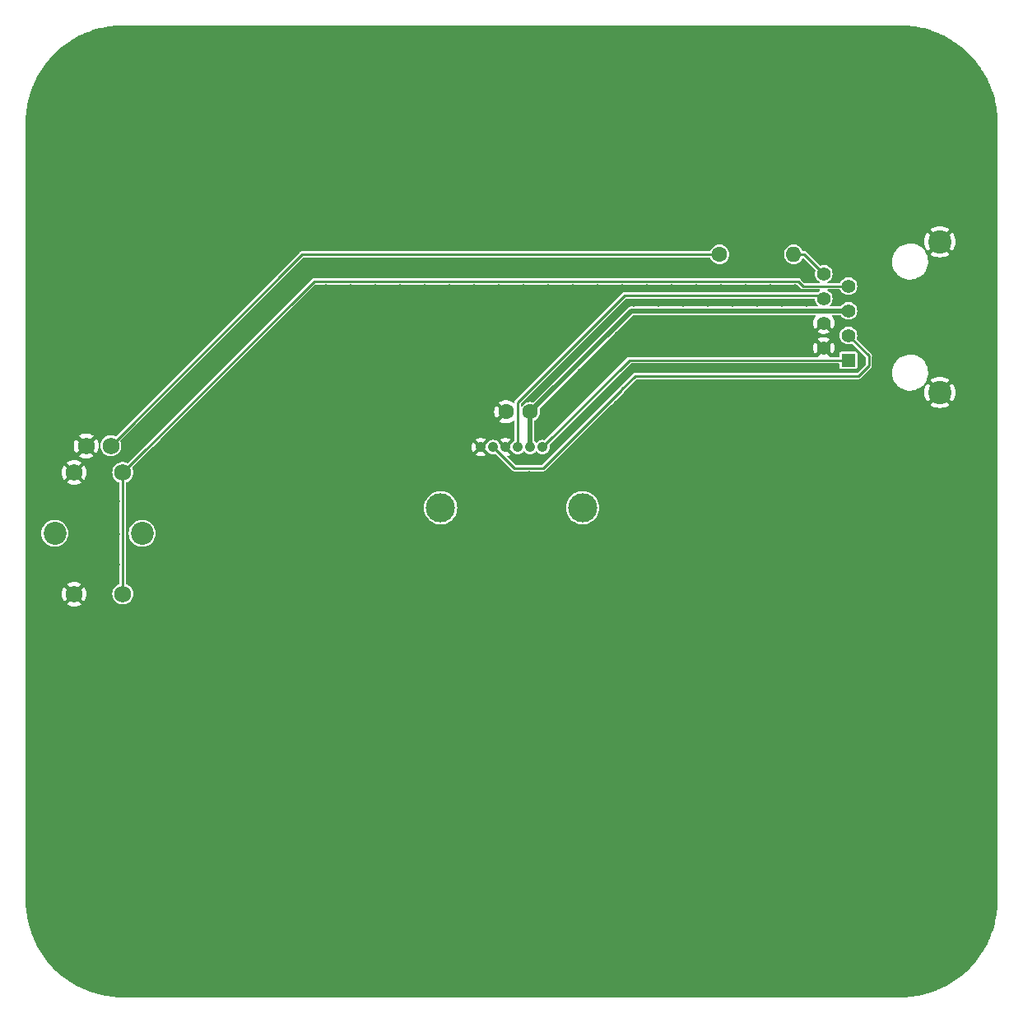
<source format=gtl>
G04 #@! TF.GenerationSoftware,KiCad,Pcbnew,7.0.1*
G04 #@! TF.CreationDate,2024-08-21T15:05:22-07:00*
G04 #@! TF.ProjectId,Dual encoder controller - left,4475616c-2065-46e6-936f-64657220636f,rev?*
G04 #@! TF.SameCoordinates,Original*
G04 #@! TF.FileFunction,Copper,L1,Top*
G04 #@! TF.FilePolarity,Positive*
%FSLAX46Y46*%
G04 Gerber Fmt 4.6, Leading zero omitted, Abs format (unit mm)*
G04 Created by KiCad (PCBNEW 7.0.1) date 2024-08-21 15:05:22*
%MOMM*%
%LPD*%
G01*
G04 APERTURE LIST*
G04 #@! TA.AperFunction,ComponentPad*
%ADD10C,3.000000*%
G04 #@! TD*
G04 #@! TA.AperFunction,ComponentPad*
%ADD11C,1.070000*%
G04 #@! TD*
G04 #@! TA.AperFunction,WasherPad*
%ADD12C,2.362200*%
G04 #@! TD*
G04 #@! TA.AperFunction,ComponentPad*
%ADD13C,1.752600*%
G04 #@! TD*
G04 #@! TA.AperFunction,ComponentPad*
%ADD14C,1.600000*%
G04 #@! TD*
G04 #@! TA.AperFunction,ComponentPad*
%ADD15O,1.600000X1.600000*%
G04 #@! TD*
G04 #@! TA.AperFunction,ComponentPad*
%ADD16R,1.408000X1.408000*%
G04 #@! TD*
G04 #@! TA.AperFunction,ComponentPad*
%ADD17C,1.408000*%
G04 #@! TD*
G04 #@! TA.AperFunction,ComponentPad*
%ADD18C,2.400000*%
G04 #@! TD*
G04 #@! TA.AperFunction,ViaPad*
%ADD19C,0.800000*%
G04 #@! TD*
G04 #@! TA.AperFunction,Conductor*
%ADD20C,0.500000*%
G04 #@! TD*
G04 #@! TA.AperFunction,Conductor*
%ADD21C,0.250000*%
G04 #@! TD*
G04 APERTURE END LIST*
D10*
X172302500Y-99622300D03*
X157697500Y-99622300D03*
D11*
X168175000Y-93373900D03*
X166905000Y-93373900D03*
X165635000Y-93373900D03*
X164365000Y-93373900D03*
X163095000Y-93373900D03*
X161825000Y-93373900D03*
D12*
X118000002Y-102250000D03*
X127000000Y-102250000D03*
D13*
X120000001Y-108500000D03*
X120000001Y-96000000D03*
X125000001Y-108500000D03*
X125000001Y-96000000D03*
X121230001Y-93250000D03*
X123770001Y-93250000D03*
D14*
X186400000Y-73560000D03*
D15*
X194020000Y-73560000D03*
D16*
X199650000Y-84445000D03*
D17*
X197110000Y-83175000D03*
X199650000Y-81905000D03*
X197110000Y-80635000D03*
X199650000Y-79365000D03*
X197110000Y-78095000D03*
X199650000Y-76825000D03*
X197110000Y-75555000D03*
D18*
X209050000Y-87750000D03*
X209050000Y-72250000D03*
D14*
X164410000Y-89750000D03*
X166910000Y-89750000D03*
D19*
X198790000Y-83050000D03*
X169720000Y-95140000D03*
X142360000Y-75750000D03*
X116030000Y-100730000D03*
X134140000Y-149300000D03*
X116030000Y-93110000D03*
X140560000Y-77550000D03*
X214270000Y-97900000D03*
X197640000Y-149300000D03*
X117140000Y-143720000D03*
X174780000Y-149300000D03*
X151920000Y-149300000D03*
X194180000Y-77050000D03*
X124270000Y-102350000D03*
X116030000Y-103270000D03*
X185330000Y-75570000D03*
X116030000Y-136290000D03*
X167980000Y-94700000D03*
X116030000Y-70250000D03*
X159540000Y-50800000D03*
X116030000Y-133750000D03*
X167380000Y-72820000D03*
X182420000Y-83620000D03*
X145750000Y-74300000D03*
X171150000Y-74300000D03*
X192950000Y-75570000D03*
X187710000Y-78510000D03*
X190550000Y-71590000D03*
X124270000Y-105490000D03*
X192560000Y-50800000D03*
X168980000Y-88890000D03*
X198310000Y-85210000D03*
X131420000Y-88460000D03*
X163530000Y-74300000D03*
X124780000Y-94450000D03*
X184940000Y-50800000D03*
X189060000Y-80220000D03*
X183770000Y-85330000D03*
X192580000Y-83620000D03*
X171670000Y-83760000D03*
X211880000Y-145390000D03*
X126520000Y-149300000D03*
X182400000Y-50800000D03*
X142220000Y-77660000D03*
X168610000Y-74300000D03*
X171460000Y-88870000D03*
X169700000Y-149300000D03*
X116030000Y-115970000D03*
X213650000Y-56620000D03*
X208920000Y-147910000D03*
X177320000Y-50800000D03*
X179910000Y-86810000D03*
X116030000Y-105810000D03*
X169700000Y-50800000D03*
X174020000Y-90840000D03*
X141760000Y-50800000D03*
X214270000Y-123300000D03*
X124270000Y-98920000D03*
X208620000Y-51520000D03*
X136680000Y-50800000D03*
X123980000Y-149300000D03*
X149600000Y-72820000D03*
X116030000Y-65170000D03*
X195100000Y-149290000D03*
X201020000Y-84480000D03*
X166240000Y-77050000D03*
X170830000Y-94030000D03*
X197480000Y-86830000D03*
X202720000Y-149300000D03*
X172440000Y-92420000D03*
X187480000Y-149300000D03*
X175170000Y-75570000D03*
X187870000Y-75570000D03*
X170040000Y-85390000D03*
X157000000Y-50800000D03*
X146840000Y-149300000D03*
X116030000Y-138830000D03*
X116030000Y-82950000D03*
X180090000Y-78510000D03*
X184940000Y-149300000D03*
X190410000Y-75570000D03*
X214270000Y-90280000D03*
X131560000Y-86550000D03*
X177070000Y-85610000D03*
X162300000Y-72820000D03*
X181230000Y-85330000D03*
X123980000Y-50800000D03*
X195330000Y-78510000D03*
X198140000Y-74460000D03*
X187500000Y-83620000D03*
X179860000Y-50800000D03*
X156080000Y-77050000D03*
X161160000Y-77050000D03*
X151920000Y-50800000D03*
X125740000Y-103950000D03*
X149380000Y-149300000D03*
X214270000Y-82660000D03*
X135160000Y-82950000D03*
X155910000Y-74300000D03*
X167160000Y-149300000D03*
X116030000Y-88030000D03*
X172460000Y-72820000D03*
X170590000Y-87280000D03*
X125750000Y-100470000D03*
X144520000Y-72820000D03*
X116030000Y-98190000D03*
X159930000Y-75570000D03*
X214270000Y-138540000D03*
X169340000Y-93340000D03*
X182790000Y-75570000D03*
X175520000Y-79910000D03*
X129760000Y-88350000D03*
X214270000Y-95360000D03*
X147060000Y-72820000D03*
X179880000Y-83620000D03*
X116030000Y-90570000D03*
X168480000Y-86950000D03*
X214270000Y-92820000D03*
X202720000Y-50800000D03*
X135020000Y-84860000D03*
X116030000Y-131210000D03*
X214270000Y-125840000D03*
X168270000Y-92060000D03*
X163120000Y-92090000D03*
X172240000Y-149300000D03*
X214270000Y-133460000D03*
X159760000Y-72820000D03*
X186560000Y-77050000D03*
X190250000Y-78510000D03*
X159540000Y-149300000D03*
X140420000Y-79460000D03*
X167160000Y-50800000D03*
X205260000Y-149300000D03*
X214270000Y-115680000D03*
X188850000Y-85330000D03*
X131540000Y-90500000D03*
X152140000Y-72820000D03*
X184020000Y-77050000D03*
X214270000Y-62340000D03*
X214270000Y-67420000D03*
X157000000Y-149300000D03*
X126210000Y-93750000D03*
X126520000Y-50800000D03*
X214270000Y-128380000D03*
X126160000Y-91950000D03*
X214270000Y-69960000D03*
X152310000Y-75570000D03*
X187480000Y-50800000D03*
X116030000Y-85490000D03*
X195120000Y-83620000D03*
X144240000Y-75720000D03*
X214270000Y-102980000D03*
X178900000Y-80220000D03*
X195810000Y-73020000D03*
X190070000Y-86810000D03*
X129640000Y-86310000D03*
X214270000Y-77580000D03*
X195490000Y-75570000D03*
X160990000Y-74300000D03*
X172170000Y-85700000D03*
X135040000Y-80910000D03*
X150830000Y-74300000D03*
X139220000Y-149300000D03*
X177840000Y-87020000D03*
X116030000Y-123590000D03*
X194140000Y-80220000D03*
X136960000Y-81150000D03*
X170380000Y-92390000D03*
X129060000Y-149300000D03*
X214270000Y-120760000D03*
X138640000Y-77310000D03*
X157220000Y-72820000D03*
X178770000Y-74300000D03*
X140440000Y-75510000D03*
X214270000Y-110600000D03*
X164620000Y-50800000D03*
X197640000Y-50800000D03*
X166520000Y-86800000D03*
X133360000Y-84750000D03*
X116030000Y-80410000D03*
X131600000Y-50800000D03*
X151000000Y-77050000D03*
X167550000Y-75570000D03*
X116030000Y-60090000D03*
X133240000Y-82710000D03*
X191390000Y-85330000D03*
X177340000Y-83620000D03*
X186520000Y-80220000D03*
X168500000Y-84830000D03*
X178940000Y-77050000D03*
X131440000Y-84510000D03*
X146840000Y-50800000D03*
X148290000Y-74300000D03*
X182630000Y-78510000D03*
X116030000Y-108350000D03*
X172630000Y-75570000D03*
X171320000Y-77050000D03*
X124390000Y-91560000D03*
X163870000Y-95180000D03*
X188200000Y-71660000D03*
X126040000Y-89910000D03*
X148460000Y-77050000D03*
X172240000Y-50800000D03*
X187530000Y-86810000D03*
X211490000Y-53420000D03*
X144140000Y-77900000D03*
X171960000Y-90810000D03*
X173840000Y-88940000D03*
X175000000Y-72820000D03*
X141760000Y-149300000D03*
X138740000Y-83300000D03*
X116030000Y-113430000D03*
X173690000Y-79630000D03*
X214270000Y-118220000D03*
X182400000Y-149300000D03*
X193930000Y-85330000D03*
X214270000Y-105520000D03*
X177320000Y-149300000D03*
X201500000Y-82670000D03*
X142340000Y-79700000D03*
X173460000Y-86860000D03*
X125750000Y-97330000D03*
X153370000Y-74300000D03*
X126560000Y-95670000D03*
X136820000Y-83060000D03*
X199840000Y-86830000D03*
X145920000Y-77050000D03*
X190020000Y-50800000D03*
X178690000Y-85330000D03*
X164840000Y-72820000D03*
X157390000Y-75570000D03*
X127820000Y-92060000D03*
X166810000Y-96270000D03*
X119300000Y-146180000D03*
X116030000Y-67710000D03*
X174050000Y-83830000D03*
X195150000Y-86810000D03*
X179860000Y-149300000D03*
X175780000Y-86990000D03*
X205260000Y-50800000D03*
X116030000Y-141370000D03*
X181480000Y-77050000D03*
X182450000Y-86810000D03*
X167150000Y-88300000D03*
X200180000Y-149300000D03*
X170060000Y-83270000D03*
X149770000Y-75570000D03*
X147230000Y-75570000D03*
X171690000Y-81640000D03*
X192560000Y-149290000D03*
X162080000Y-50800000D03*
X195100000Y-50800000D03*
X176230000Y-74300000D03*
X138620000Y-81260000D03*
X136940000Y-85100000D03*
X180080000Y-72820000D03*
X175990000Y-81880000D03*
X173690000Y-74300000D03*
X181310000Y-74300000D03*
X123560000Y-108030000D03*
X175900000Y-88970000D03*
X153540000Y-77050000D03*
X116620000Y-56750000D03*
X144300000Y-149300000D03*
X214270000Y-108060000D03*
X169830000Y-90500000D03*
X189100000Y-77050000D03*
X133220000Y-86660000D03*
X143760000Y-74310000D03*
X214270000Y-64880000D03*
X169920000Y-72820000D03*
X116030000Y-128670000D03*
X214270000Y-75040000D03*
X185170000Y-78510000D03*
X214270000Y-85200000D03*
X200180000Y-50800000D03*
X173860000Y-77050000D03*
X214270000Y-136000000D03*
X127840000Y-88110000D03*
X214270000Y-113140000D03*
X185170000Y-72820000D03*
X214270000Y-87740000D03*
X183980000Y-80220000D03*
X192610000Y-86810000D03*
X154680000Y-72820000D03*
X116030000Y-75330000D03*
X134140000Y-50800000D03*
X165010000Y-75570000D03*
X177540000Y-72820000D03*
X184070000Y-74290000D03*
X121610000Y-148120000D03*
X142390000Y-73590000D03*
X192790000Y-78510000D03*
X184990000Y-86810000D03*
X184960000Y-83620000D03*
X116030000Y-121050000D03*
X158620000Y-77050000D03*
X214270000Y-100440000D03*
X176400000Y-77050000D03*
X214270000Y-72500000D03*
X116030000Y-110890000D03*
X177710000Y-75570000D03*
X174780000Y-50800000D03*
X149380000Y-50800000D03*
X136680000Y-149300000D03*
X170090000Y-75570000D03*
X133340000Y-88700000D03*
X139220000Y-50800000D03*
X135140000Y-86900000D03*
X125750000Y-107180000D03*
X158450000Y-74300000D03*
X181440000Y-80220000D03*
X214270000Y-80120000D03*
X116030000Y-72790000D03*
X180250000Y-75570000D03*
X140540000Y-81500000D03*
X131600000Y-149300000D03*
X214270000Y-59800000D03*
X182620000Y-72820000D03*
X175310000Y-85020000D03*
X129740000Y-92300000D03*
X213770000Y-142190000D03*
X162470000Y-75570000D03*
X127960000Y-90150000D03*
X138760000Y-79350000D03*
X127940000Y-94100000D03*
X196440000Y-85310000D03*
X129620000Y-90260000D03*
X154460000Y-149300000D03*
X186310000Y-85330000D03*
X173670000Y-81750000D03*
X166070000Y-74300000D03*
X168780000Y-77050000D03*
X116030000Y-118510000D03*
X191640000Y-77050000D03*
X154460000Y-50800000D03*
X177550000Y-78510000D03*
X190040000Y-83620000D03*
X116030000Y-126130000D03*
X136840000Y-79110000D03*
X162080000Y-149300000D03*
X120810000Y-51750000D03*
X118150000Y-53890000D03*
X123590000Y-96720000D03*
X193040000Y-71660000D03*
X129060000Y-50800000D03*
X191600000Y-80220000D03*
X144300000Y-50800000D03*
X116030000Y-95650000D03*
X116030000Y-77870000D03*
X165520000Y-94760000D03*
X163700000Y-77050000D03*
X116030000Y-62630000D03*
X154850000Y-75570000D03*
X164620000Y-149300000D03*
X214270000Y-130920000D03*
X190020000Y-149300000D03*
X201800000Y-86040000D03*
D20*
X166905000Y-93373900D02*
X166905000Y-89755000D01*
X177295000Y-79365000D02*
X166910000Y-89750000D01*
X166905000Y-89755000D02*
X166910000Y-89750000D01*
X199650000Y-79365000D02*
X177295000Y-79365000D01*
D21*
X143460001Y-73560000D02*
X123770001Y-93250000D01*
X186400000Y-73560000D02*
X143460001Y-73560000D01*
X177103900Y-84445000D02*
X168175000Y-93373900D01*
X199650000Y-84445000D02*
X177103900Y-84445000D01*
X199650000Y-81905000D02*
X201745000Y-84000000D01*
X177735305Y-86060000D02*
X176322652Y-87472653D01*
X168265305Y-95540000D02*
X165261100Y-95540000D01*
X176322652Y-87482653D02*
X168265305Y-95540000D01*
X201745000Y-85025000D02*
X200710000Y-86060000D01*
X176322652Y-87472653D02*
X176322652Y-87482653D01*
X201745000Y-84000000D02*
X201745000Y-85025000D01*
X165261100Y-95540000D02*
X163095000Y-93373900D01*
X200710000Y-86060000D02*
X177735305Y-86060000D01*
X196800000Y-77785000D02*
X176609695Y-77785000D01*
X165635000Y-88759695D02*
X165635000Y-93373900D01*
X176609695Y-77785000D02*
X165635000Y-88759695D01*
X197110000Y-78095000D02*
X196800000Y-77785000D01*
X153239695Y-76325000D02*
X153234695Y-76330000D01*
X176099695Y-76325000D02*
X176094695Y-76330000D01*
X160859695Y-76325000D02*
X160854695Y-76330000D01*
X186254695Y-76330000D02*
X184325305Y-76330000D01*
X168479695Y-76325000D02*
X168474695Y-76330000D01*
X158319695Y-76325000D02*
X158314695Y-76330000D01*
X176700305Y-76325000D02*
X176099695Y-76325000D01*
X188799695Y-76325000D02*
X188794695Y-76330000D01*
X163399695Y-76325000D02*
X163394695Y-76330000D01*
X176094695Y-76330000D02*
X174165305Y-76330000D01*
X155779695Y-76325000D02*
X155774695Y-76330000D01*
X160854695Y-76330000D02*
X158925305Y-76330000D01*
X151305305Y-76330000D02*
X151300305Y-76325000D01*
X181174695Y-76330000D02*
X179245305Y-76330000D01*
X178634695Y-76330000D02*
X176705305Y-76330000D01*
X191945305Y-76330000D02*
X191940305Y-76325000D01*
X168474695Y-76330000D02*
X166545305Y-76330000D01*
X153845305Y-76330000D02*
X153840305Y-76325000D01*
X194470305Y-76325000D02*
X193879695Y-76325000D01*
X169080305Y-76325000D02*
X168479695Y-76325000D01*
X193874695Y-76330000D02*
X191945305Y-76330000D01*
X146225305Y-76330000D02*
X146220305Y-76325000D01*
X188794695Y-76330000D02*
X186865305Y-76330000D01*
X171014695Y-76330000D02*
X169085305Y-76330000D01*
X155774695Y-76330000D02*
X153845305Y-76330000D01*
X184325305Y-76330000D02*
X184320305Y-76325000D01*
X151300305Y-76325000D02*
X150699695Y-76325000D01*
X158925305Y-76330000D02*
X158920305Y-76325000D01*
X144675001Y-76325000D02*
X125000001Y-96000000D01*
X191339695Y-76325000D02*
X191334695Y-76330000D01*
X186259695Y-76325000D02*
X186254695Y-76330000D01*
X181179695Y-76325000D02*
X181174695Y-76330000D01*
X158314695Y-76330000D02*
X156385305Y-76330000D01*
X164005305Y-76330000D02*
X164000305Y-76325000D01*
X153234695Y-76330000D02*
X151305305Y-76330000D01*
X186860305Y-76325000D02*
X186259695Y-76325000D01*
X150699695Y-76325000D02*
X150694695Y-76330000D01*
X189405305Y-76330000D02*
X189400305Y-76325000D01*
X178639695Y-76325000D02*
X178634695Y-76330000D01*
X153840305Y-76325000D02*
X153239695Y-76325000D01*
X148760305Y-76325000D02*
X148159695Y-76325000D01*
X173559695Y-76325000D02*
X173554695Y-76330000D01*
X148154695Y-76330000D02*
X146225305Y-76330000D01*
X166545305Y-76330000D02*
X166540305Y-76325000D01*
X165939695Y-76325000D02*
X165934695Y-76330000D01*
X199650000Y-76825000D02*
X194980305Y-76825000D01*
X171620305Y-76325000D02*
X171019695Y-76325000D01*
X176705305Y-76330000D02*
X176700305Y-76325000D01*
X148765305Y-76330000D02*
X148760305Y-76325000D01*
X194475305Y-76320000D02*
X194470305Y-76325000D01*
X181785305Y-76330000D02*
X181780305Y-76325000D01*
X171625305Y-76330000D02*
X171620305Y-76325000D01*
X156385305Y-76330000D02*
X156380305Y-76325000D01*
X125000001Y-96000000D02*
X125000001Y-108500000D01*
X146220305Y-76325000D02*
X144675001Y-76325000D01*
X189400305Y-76325000D02*
X188799695Y-76325000D01*
X191334695Y-76330000D02*
X189405305Y-76330000D01*
X183719695Y-76325000D02*
X183714695Y-76330000D01*
X186865305Y-76330000D02*
X186860305Y-76325000D01*
X163394695Y-76330000D02*
X161465305Y-76330000D01*
X169085305Y-76330000D02*
X169080305Y-76325000D01*
X148159695Y-76325000D02*
X148154695Y-76330000D01*
X173554695Y-76330000D02*
X171625305Y-76330000D01*
X171019695Y-76325000D02*
X171014695Y-76330000D01*
X164000305Y-76325000D02*
X163399695Y-76325000D01*
X194980305Y-76825000D02*
X194475305Y-76320000D01*
X193879695Y-76325000D02*
X193874695Y-76330000D01*
X161460305Y-76325000D02*
X160859695Y-76325000D01*
X179240305Y-76325000D02*
X178639695Y-76325000D01*
X158920305Y-76325000D02*
X158319695Y-76325000D01*
X184320305Y-76325000D02*
X183719695Y-76325000D01*
X174165305Y-76330000D02*
X174160305Y-76325000D01*
X166540305Y-76325000D02*
X165939695Y-76325000D01*
X150694695Y-76330000D02*
X148765305Y-76330000D01*
X181780305Y-76325000D02*
X181179695Y-76325000D01*
X165934695Y-76330000D02*
X164005305Y-76330000D01*
X179245305Y-76330000D02*
X179240305Y-76325000D01*
X161465305Y-76330000D02*
X161460305Y-76325000D01*
X183714695Y-76330000D02*
X181785305Y-76330000D01*
X191940305Y-76325000D02*
X191339695Y-76325000D01*
X156380305Y-76325000D02*
X155779695Y-76325000D01*
X174160305Y-76325000D02*
X173559695Y-76325000D01*
X197110000Y-75555000D02*
X195115000Y-73560000D01*
X195115000Y-73560000D02*
X194020000Y-73560000D01*
G04 #@! TA.AperFunction,Conductor*
G36*
X196170258Y-78119162D02*
G01*
X196196866Y-78143120D01*
X196209112Y-78176765D01*
X196220392Y-78284094D01*
X196279145Y-78464918D01*
X196374214Y-78629581D01*
X196501435Y-78770875D01*
X196514865Y-78780633D01*
X196541746Y-78817633D01*
X196541746Y-78863368D01*
X196514864Y-78900367D01*
X196471368Y-78914500D01*
X177324458Y-78914500D01*
X177316174Y-78914035D01*
X177277965Y-78909730D01*
X177220865Y-78920532D01*
X177218143Y-78920994D01*
X177159830Y-78929785D01*
X177145307Y-78934563D01*
X177093161Y-78962124D01*
X177090691Y-78963371D01*
X177037561Y-78988957D01*
X177025091Y-78997805D01*
X176983364Y-79039530D01*
X176981373Y-79041448D01*
X176938149Y-79081554D01*
X176927622Y-79095272D01*
X167254722Y-88768173D01*
X167220377Y-88787629D01*
X167180916Y-88786661D01*
X167106132Y-88763976D01*
X166910000Y-88744659D01*
X166909999Y-88744659D01*
X166713867Y-88763976D01*
X166525271Y-88821186D01*
X166388073Y-88894521D01*
X166351462Y-88914090D01*
X166199117Y-89039117D01*
X166095261Y-89165666D01*
X166091703Y-89170001D01*
X166054237Y-89194375D01*
X166009570Y-89192730D01*
X165973999Y-89165666D01*
X165960500Y-89123056D01*
X165960500Y-88925173D01*
X165966133Y-88896854D01*
X165982174Y-88872847D01*
X176722847Y-78132174D01*
X176746854Y-78116133D01*
X176775173Y-78110500D01*
X196135517Y-78110500D01*
X196170258Y-78119162D01*
G37*
G04 #@! TD.AperFunction*
G04 #@! TA.AperFunction,Conductor*
G36*
X205001125Y-50000534D02*
G01*
X205413504Y-50012995D01*
X205413504Y-50013018D01*
X205413588Y-50012997D01*
X205414176Y-50013015D01*
X205605455Y-50019027D01*
X205609783Y-50019291D01*
X205957406Y-50050880D01*
X205957660Y-50050970D01*
X205957665Y-50050904D01*
X205957792Y-50050915D01*
X206218924Y-50075600D01*
X206223071Y-50076111D01*
X206554781Y-50126597D01*
X206827763Y-50169833D01*
X206831607Y-50170549D01*
X207153718Y-50239694D01*
X207154037Y-50239764D01*
X207429548Y-50301348D01*
X207433270Y-50302283D01*
X207747233Y-50389807D01*
X207747985Y-50390020D01*
X208022115Y-50469663D01*
X208025585Y-50470765D01*
X208331825Y-50576442D01*
X208332669Y-50576740D01*
X208603165Y-50674124D01*
X208606352Y-50675356D01*
X208904459Y-50798836D01*
X208905378Y-50799225D01*
X209170514Y-50913960D01*
X209173448Y-50915309D01*
X209462621Y-51056107D01*
X209463766Y-51056677D01*
X209721955Y-51188231D01*
X209724661Y-51189683D01*
X210004260Y-51347378D01*
X210005500Y-51348094D01*
X210255438Y-51495907D01*
X210257908Y-51497435D01*
X210527147Y-51671511D01*
X210528392Y-51672337D01*
X210740363Y-51816392D01*
X210768931Y-51835807D01*
X210771169Y-51837389D01*
X211029193Y-52027247D01*
X211030506Y-52028240D01*
X211260544Y-52206676D01*
X211262487Y-52208238D01*
X211508360Y-52413147D01*
X211509878Y-52414449D01*
X211597727Y-52491899D01*
X211728322Y-52607034D01*
X211730101Y-52608653D01*
X211963027Y-52827916D01*
X211964595Y-52829438D01*
X212170560Y-53035403D01*
X212172085Y-53036974D01*
X212391339Y-53269891D01*
X212392964Y-53271676D01*
X212585531Y-53490099D01*
X212586862Y-53491651D01*
X212791750Y-53737499D01*
X212793334Y-53739469D01*
X212971739Y-53969468D01*
X212972772Y-53970832D01*
X213162591Y-54228804D01*
X213164191Y-54231067D01*
X213249537Y-54356649D01*
X213327634Y-54471566D01*
X213328515Y-54472893D01*
X213465099Y-54684146D01*
X213502551Y-54742071D01*
X213504103Y-54744580D01*
X213651883Y-54994462D01*
X213652643Y-54995778D01*
X213810301Y-55275312D01*
X213811781Y-55278070D01*
X213943308Y-55536207D01*
X213943905Y-55537407D01*
X214084673Y-55826515D01*
X214086055Y-55829521D01*
X214200742Y-56094548D01*
X214201195Y-56095618D01*
X214324629Y-56393614D01*
X214325887Y-56396867D01*
X214423243Y-56667286D01*
X214423570Y-56668213D01*
X214529229Y-56974402D01*
X214530339Y-56977896D01*
X214609971Y-57251991D01*
X214610191Y-57252765D01*
X214697715Y-57566728D01*
X214698651Y-57570456D01*
X214760207Y-57845840D01*
X214760341Y-57846452D01*
X214829438Y-58168336D01*
X214830175Y-58172291D01*
X214873373Y-58445038D01*
X214873442Y-58445480D01*
X214923885Y-58776916D01*
X214924399Y-58781086D01*
X214949095Y-59042332D01*
X214949119Y-59042599D01*
X214980705Y-59390195D01*
X214980972Y-59394567D01*
X214987001Y-59586403D01*
X214987002Y-59586494D01*
X214987004Y-59586494D01*
X214999466Y-59998875D01*
X214999500Y-60001110D01*
X214999500Y-139998890D01*
X214999466Y-140001125D01*
X214987007Y-140413416D01*
X214987004Y-140413506D01*
X214980972Y-140605431D01*
X214980705Y-140609803D01*
X214949119Y-140957400D01*
X214949095Y-140957667D01*
X214924399Y-141218912D01*
X214923885Y-141223082D01*
X214873442Y-141554518D01*
X214873373Y-141554960D01*
X214830175Y-141827707D01*
X214829438Y-141831662D01*
X214760341Y-142153546D01*
X214760207Y-142154158D01*
X214698651Y-142429542D01*
X214697715Y-142433270D01*
X214610191Y-142747233D01*
X214609971Y-142748007D01*
X214530339Y-143022102D01*
X214529229Y-143025596D01*
X214423570Y-143331785D01*
X214423243Y-143332712D01*
X214325887Y-143603131D01*
X214324629Y-143606384D01*
X214201195Y-143904380D01*
X214200742Y-143905450D01*
X214086055Y-144170477D01*
X214084673Y-144173483D01*
X213943905Y-144462591D01*
X213943308Y-144463791D01*
X213811781Y-144721928D01*
X213810301Y-144724686D01*
X213652643Y-145004220D01*
X213651883Y-145005536D01*
X213504103Y-145255418D01*
X213502551Y-145257927D01*
X213328543Y-145527062D01*
X213327604Y-145528478D01*
X213164191Y-145768931D01*
X213162591Y-145771194D01*
X212972838Y-146029078D01*
X212971705Y-146030576D01*
X212793354Y-146260504D01*
X212791730Y-146262525D01*
X212586870Y-146508338D01*
X212585531Y-146509899D01*
X212392964Y-146728322D01*
X212391339Y-146730107D01*
X212172117Y-146962991D01*
X212170560Y-146964595D01*
X211964595Y-147170560D01*
X211962991Y-147172117D01*
X211730107Y-147391339D01*
X211728322Y-147392964D01*
X211509899Y-147585531D01*
X211508338Y-147586870D01*
X211262525Y-147791730D01*
X211260504Y-147793354D01*
X211030576Y-147971705D01*
X211029078Y-147972838D01*
X210771194Y-148162591D01*
X210768931Y-148164191D01*
X210528478Y-148327604D01*
X210527062Y-148328543D01*
X210257927Y-148502551D01*
X210255418Y-148504103D01*
X210005536Y-148651883D01*
X210004220Y-148652643D01*
X209724686Y-148810301D01*
X209721928Y-148811781D01*
X209463791Y-148943308D01*
X209462591Y-148943905D01*
X209173483Y-149084673D01*
X209170477Y-149086055D01*
X208905450Y-149200742D01*
X208904380Y-149201195D01*
X208606384Y-149324629D01*
X208603131Y-149325887D01*
X208332712Y-149423243D01*
X208331785Y-149423570D01*
X208025596Y-149529229D01*
X208022102Y-149530339D01*
X207748007Y-149609971D01*
X207747233Y-149610191D01*
X207433270Y-149697715D01*
X207429542Y-149698651D01*
X207154158Y-149760207D01*
X207153546Y-149760341D01*
X206831662Y-149829438D01*
X206827707Y-149830175D01*
X206554960Y-149873373D01*
X206554518Y-149873442D01*
X206223082Y-149923885D01*
X206218912Y-149924399D01*
X205957667Y-149949095D01*
X205957400Y-149949119D01*
X205609803Y-149980705D01*
X205605431Y-149980972D01*
X205413595Y-149987001D01*
X205413505Y-149987004D01*
X205001125Y-149999466D01*
X204998890Y-149999500D01*
X125001110Y-149999500D01*
X124998875Y-149999466D01*
X124586493Y-149987004D01*
X124586403Y-149987001D01*
X124394567Y-149980972D01*
X124390195Y-149980705D01*
X124042598Y-149949119D01*
X124042339Y-149949011D01*
X124042332Y-149949095D01*
X123781086Y-149924399D01*
X123776916Y-149923885D01*
X123445480Y-149873442D01*
X123445038Y-149873373D01*
X123172291Y-149830175D01*
X123168336Y-149829438D01*
X122846452Y-149760341D01*
X122845840Y-149760207D01*
X122570456Y-149698651D01*
X122566728Y-149697715D01*
X122252765Y-149610191D01*
X122251991Y-149609971D01*
X121977896Y-149530339D01*
X121974402Y-149529229D01*
X121668213Y-149423570D01*
X121667286Y-149423243D01*
X121396867Y-149325887D01*
X121393614Y-149324629D01*
X121095618Y-149201195D01*
X121094548Y-149200742D01*
X120829521Y-149086055D01*
X120826515Y-149084673D01*
X120537407Y-148943905D01*
X120536207Y-148943308D01*
X120278070Y-148811781D01*
X120275312Y-148810301D01*
X119995778Y-148652643D01*
X119994462Y-148651883D01*
X119744580Y-148504103D01*
X119742071Y-148502551D01*
X119586410Y-148401909D01*
X119472893Y-148328515D01*
X119471566Y-148327634D01*
X119356649Y-148249537D01*
X119231067Y-148164191D01*
X119228804Y-148162591D01*
X118970832Y-147972772D01*
X118969468Y-147971739D01*
X118739469Y-147793334D01*
X118737499Y-147791750D01*
X118491651Y-147586862D01*
X118490099Y-147585531D01*
X118271676Y-147392964D01*
X118269891Y-147391339D01*
X118157028Y-147285097D01*
X118036974Y-147172085D01*
X118035403Y-147170560D01*
X117829438Y-146964595D01*
X117827916Y-146963027D01*
X117608653Y-146730101D01*
X117607034Y-146728322D01*
X117414467Y-146509899D01*
X117413147Y-146508360D01*
X117208238Y-146262487D01*
X117206676Y-146260544D01*
X117028240Y-146030506D01*
X117027247Y-146029193D01*
X116837389Y-145771169D01*
X116835807Y-145768931D01*
X116816392Y-145740363D01*
X116672337Y-145528392D01*
X116671511Y-145527147D01*
X116497435Y-145257908D01*
X116495907Y-145255438D01*
X116348094Y-145005500D01*
X116347378Y-145004260D01*
X116189683Y-144724661D01*
X116188231Y-144721955D01*
X116056677Y-144463766D01*
X116056093Y-144462591D01*
X115915309Y-144173448D01*
X115913960Y-144170514D01*
X115799225Y-143905378D01*
X115798836Y-143904459D01*
X115675356Y-143606352D01*
X115674124Y-143603165D01*
X115576740Y-143332669D01*
X115576428Y-143331785D01*
X115552926Y-143263680D01*
X115470765Y-143025585D01*
X115469659Y-143022102D01*
X115390027Y-142748007D01*
X115389807Y-142747233D01*
X115302283Y-142433270D01*
X115301347Y-142429542D01*
X115239764Y-142154037D01*
X115239694Y-142153718D01*
X115170549Y-141831607D01*
X115169833Y-141827763D01*
X115126579Y-141554668D01*
X115076111Y-141223071D01*
X115075599Y-141218912D01*
X115050912Y-140957750D01*
X115019291Y-140609783D01*
X115019027Y-140605453D01*
X115012992Y-140413416D01*
X115000534Y-140001125D01*
X115000500Y-139998890D01*
X115000500Y-109532887D01*
X119249955Y-109532887D01*
X119359411Y-109609529D01*
X119561813Y-109703910D01*
X119777530Y-109761711D01*
X120000001Y-109781175D01*
X120222471Y-109761711D01*
X120438188Y-109703910D01*
X120640590Y-109609529D01*
X120750045Y-109532887D01*
X120000001Y-108782843D01*
X119249955Y-109532887D01*
X115000500Y-109532887D01*
X115000500Y-108500000D01*
X118718825Y-108500000D01*
X118738289Y-108722470D01*
X118796090Y-108938187D01*
X118890471Y-109140589D01*
X118967113Y-109250043D01*
X119717158Y-108500000D01*
X120282844Y-108500000D01*
X121032888Y-109250044D01*
X121109530Y-109140589D01*
X121203911Y-108938187D01*
X121261712Y-108722470D01*
X121281176Y-108500000D01*
X123918587Y-108500000D01*
X123937000Y-108698708D01*
X123991612Y-108890649D01*
X124080565Y-109069292D01*
X124200826Y-109228542D01*
X124200827Y-109228543D01*
X124348304Y-109362986D01*
X124517974Y-109468041D01*
X124704058Y-109540131D01*
X124900221Y-109576800D01*
X125099781Y-109576800D01*
X125295944Y-109540131D01*
X125482028Y-109468041D01*
X125651698Y-109362986D01*
X125799175Y-109228543D01*
X125919437Y-109069291D01*
X126008389Y-108890651D01*
X126063001Y-108698709D01*
X126081414Y-108500000D01*
X126063001Y-108301291D01*
X126008389Y-108109349D01*
X125919437Y-107930709D01*
X125919436Y-107930708D01*
X125919436Y-107930707D01*
X125799175Y-107771457D01*
X125651698Y-107637014D01*
X125482028Y-107531959D01*
X125372768Y-107489631D01*
X125338451Y-107462449D01*
X125325501Y-107420629D01*
X125325501Y-102250000D01*
X125613664Y-102250000D01*
X125632572Y-102478179D01*
X125688781Y-102700146D01*
X125780754Y-102909823D01*
X125905986Y-103101505D01*
X126061059Y-103269959D01*
X126241746Y-103410593D01*
X126342431Y-103465080D01*
X126443116Y-103519569D01*
X126659675Y-103593914D01*
X126885517Y-103631600D01*
X127114482Y-103631600D01*
X127114483Y-103631600D01*
X127340325Y-103593914D01*
X127556884Y-103519569D01*
X127758253Y-103410593D01*
X127938939Y-103269960D01*
X128094013Y-103101505D01*
X128219245Y-102909823D01*
X128311220Y-102700142D01*
X128367427Y-102478183D01*
X128386335Y-102250000D01*
X128367427Y-102021817D01*
X128311220Y-101799858D01*
X128219245Y-101590177D01*
X128219245Y-101590176D01*
X128094013Y-101398494D01*
X127938940Y-101230040D01*
X127758253Y-101089406D01*
X127556882Y-100980430D01*
X127340328Y-100906087D01*
X127340327Y-100906086D01*
X127340325Y-100906086D01*
X127114483Y-100868400D01*
X126885517Y-100868400D01*
X126659675Y-100906086D01*
X126659673Y-100906086D01*
X126659671Y-100906087D01*
X126443117Y-100980430D01*
X126241746Y-101089406D01*
X126061059Y-101230040D01*
X125905986Y-101398494D01*
X125780754Y-101590176D01*
X125688781Y-101799853D01*
X125632572Y-102021820D01*
X125613664Y-102250000D01*
X125325501Y-102250000D01*
X125325501Y-99622300D01*
X155992232Y-99622300D01*
X156011277Y-99876453D01*
X156067992Y-100124937D01*
X156161107Y-100362188D01*
X156288543Y-100582916D01*
X156447445Y-100782173D01*
X156634281Y-100955531D01*
X156844867Y-101099106D01*
X157074498Y-101209690D01*
X157318042Y-101284813D01*
X157570061Y-101322800D01*
X157570065Y-101322800D01*
X157824935Y-101322800D01*
X157824939Y-101322800D01*
X158026553Y-101292410D01*
X158076958Y-101284813D01*
X158320504Y-101209689D01*
X158550134Y-101099105D01*
X158760717Y-100955532D01*
X158947550Y-100782177D01*
X158947550Y-100782175D01*
X158947554Y-100782173D01*
X159106456Y-100582916D01*
X159106456Y-100582915D01*
X159106459Y-100582912D01*
X159233893Y-100362188D01*
X159327008Y-100124937D01*
X159383722Y-99876457D01*
X159402768Y-99622300D01*
X170597232Y-99622300D01*
X170616277Y-99876453D01*
X170672992Y-100124937D01*
X170766107Y-100362188D01*
X170893543Y-100582916D01*
X171052445Y-100782173D01*
X171239281Y-100955531D01*
X171449867Y-101099106D01*
X171679498Y-101209690D01*
X171923042Y-101284813D01*
X172175061Y-101322800D01*
X172175065Y-101322800D01*
X172429935Y-101322800D01*
X172429939Y-101322800D01*
X172631553Y-101292410D01*
X172681958Y-101284813D01*
X172925504Y-101209689D01*
X173155134Y-101099105D01*
X173365717Y-100955532D01*
X173552550Y-100782177D01*
X173552550Y-100782175D01*
X173552554Y-100782173D01*
X173711456Y-100582916D01*
X173711456Y-100582915D01*
X173711459Y-100582912D01*
X173838893Y-100362188D01*
X173932008Y-100124937D01*
X173988722Y-99876457D01*
X174007768Y-99622300D01*
X173988722Y-99368143D01*
X173932008Y-99119663D01*
X173838893Y-98882412D01*
X173711459Y-98661688D01*
X173711458Y-98661687D01*
X173711456Y-98661683D01*
X173552554Y-98462426D01*
X173365718Y-98289068D01*
X173155132Y-98145493D01*
X172925501Y-98034909D01*
X172681957Y-97959786D01*
X172429939Y-97921800D01*
X172429935Y-97921800D01*
X172175065Y-97921800D01*
X172175061Y-97921800D01*
X171923042Y-97959786D01*
X171679498Y-98034909D01*
X171449867Y-98145493D01*
X171239281Y-98289068D01*
X171052445Y-98462426D01*
X170893543Y-98661683D01*
X170766107Y-98882411D01*
X170672992Y-99119662D01*
X170616277Y-99368146D01*
X170597232Y-99622300D01*
X159402768Y-99622300D01*
X159383722Y-99368143D01*
X159327008Y-99119663D01*
X159233893Y-98882412D01*
X159106459Y-98661688D01*
X159106458Y-98661687D01*
X159106456Y-98661683D01*
X158947554Y-98462426D01*
X158760718Y-98289068D01*
X158550132Y-98145493D01*
X158320501Y-98034909D01*
X158076957Y-97959786D01*
X157824939Y-97921800D01*
X157824935Y-97921800D01*
X157570065Y-97921800D01*
X157570061Y-97921800D01*
X157318042Y-97959786D01*
X157074498Y-98034909D01*
X156844867Y-98145493D01*
X156634281Y-98289068D01*
X156447445Y-98462426D01*
X156288543Y-98661683D01*
X156161107Y-98882411D01*
X156067992Y-99119662D01*
X156011277Y-99368146D01*
X155992232Y-99622300D01*
X125325501Y-99622300D01*
X125325501Y-97079371D01*
X125338451Y-97037551D01*
X125372768Y-97010368D01*
X125482028Y-96968041D01*
X125651698Y-96862986D01*
X125799175Y-96728543D01*
X125919437Y-96569291D01*
X126008389Y-96390651D01*
X126063001Y-96198709D01*
X126081414Y-96000000D01*
X126063001Y-95801291D01*
X126008389Y-95609349D01*
X125979795Y-95551925D01*
X125973002Y-95507027D01*
X125993709Y-95466616D01*
X127298018Y-94162307D01*
X161319433Y-94162307D01*
X161354929Y-94188096D01*
X161534475Y-94268035D01*
X161726728Y-94308900D01*
X161923272Y-94308900D01*
X162115524Y-94268035D01*
X162295071Y-94188096D01*
X162330565Y-94162308D01*
X161825000Y-93656742D01*
X161319433Y-94162307D01*
X127298018Y-94162307D01*
X128086426Y-93373899D01*
X160884850Y-93373899D01*
X160905395Y-93569370D01*
X160966128Y-93756291D01*
X161037005Y-93879051D01*
X161542157Y-93373900D01*
X162107842Y-93373900D01*
X162420827Y-93686884D01*
X162431158Y-93699839D01*
X162516322Y-93835376D01*
X162633523Y-93952577D01*
X162773860Y-94040757D01*
X162930295Y-94095496D01*
X162930298Y-94095496D01*
X162930300Y-94095497D01*
X163095000Y-94114054D01*
X163259700Y-94095497D01*
X163287352Y-94085820D01*
X163328255Y-94083523D01*
X163364116Y-94103342D01*
X165018605Y-95757831D01*
X165022956Y-95762579D01*
X165048645Y-95793194D01*
X165083239Y-95813167D01*
X165083248Y-95813172D01*
X165088690Y-95816639D01*
X165121416Y-95839554D01*
X165126049Y-95840795D01*
X165143900Y-95848189D01*
X165148055Y-95850588D01*
X165187392Y-95857524D01*
X165187398Y-95857525D01*
X165193698Y-95858922D01*
X165232293Y-95869264D01*
X165272091Y-95865781D01*
X165278541Y-95865500D01*
X168247864Y-95865500D01*
X168254313Y-95865781D01*
X168266221Y-95866823D01*
X168294110Y-95869264D01*
X168294110Y-95869263D01*
X168294112Y-95869264D01*
X168332718Y-95858918D01*
X168339003Y-95857525D01*
X168378350Y-95850588D01*
X168382503Y-95848189D01*
X168400355Y-95840795D01*
X168404989Y-95839554D01*
X168437725Y-95816630D01*
X168443133Y-95813185D01*
X168477760Y-95793194D01*
X168503445Y-95762582D01*
X168507799Y-95757831D01*
X175250471Y-89015159D01*
X208067681Y-89015159D01*
X208106638Y-89048432D01*
X208321367Y-89180017D01*
X208554046Y-89276397D01*
X208798927Y-89335187D01*
X209050000Y-89354948D01*
X209301072Y-89335187D01*
X209545953Y-89276397D01*
X209778632Y-89180017D01*
X209993365Y-89048430D01*
X210032317Y-89015160D01*
X209050000Y-88032842D01*
X208067681Y-89015159D01*
X175250471Y-89015159D01*
X176515631Y-87749999D01*
X207445051Y-87749999D01*
X207464812Y-88001072D01*
X207523602Y-88245953D01*
X207619982Y-88478632D01*
X207751569Y-88693364D01*
X207784838Y-88732317D01*
X207784839Y-88732317D01*
X208767157Y-87750000D01*
X209332842Y-87750000D01*
X210315160Y-88732317D01*
X210348430Y-88693365D01*
X210480017Y-88478632D01*
X210576397Y-88245953D01*
X210635187Y-88001072D01*
X210654948Y-87749999D01*
X210635187Y-87498927D01*
X210576397Y-87254046D01*
X210480017Y-87021367D01*
X210348432Y-86806638D01*
X210315159Y-86767681D01*
X209332842Y-87750000D01*
X208767157Y-87750000D01*
X207784838Y-86767681D01*
X207751568Y-86806635D01*
X207619982Y-87021367D01*
X207523602Y-87254046D01*
X207464812Y-87498927D01*
X207445051Y-87749999D01*
X176515631Y-87749999D01*
X176540499Y-87725131D01*
X176545235Y-87720792D01*
X176575846Y-87695108D01*
X176591907Y-87667288D01*
X176603662Y-87651967D01*
X177848456Y-86407174D01*
X177872464Y-86391133D01*
X177900783Y-86385500D01*
X200692559Y-86385500D01*
X200699008Y-86385781D01*
X200710916Y-86386823D01*
X200738805Y-86389264D01*
X200738805Y-86389263D01*
X200738807Y-86389264D01*
X200777413Y-86378918D01*
X200783698Y-86377525D01*
X200823045Y-86370588D01*
X200827198Y-86368189D01*
X200845050Y-86360795D01*
X200849684Y-86359554D01*
X200882420Y-86336630D01*
X200887828Y-86333185D01*
X200922455Y-86313194D01*
X200948140Y-86282582D01*
X200952490Y-86277834D01*
X201447556Y-85782768D01*
X204145788Y-85782768D01*
X204175413Y-86052015D01*
X204235691Y-86282584D01*
X204243928Y-86314088D01*
X204349870Y-86563390D01*
X204490982Y-86794610D01*
X204664255Y-87002820D01*
X204865998Y-87183582D01*
X205091910Y-87333044D01*
X205224104Y-87395014D01*
X205337178Y-87448021D01*
X205596568Y-87526060D01*
X205864558Y-87565500D01*
X205864561Y-87565500D01*
X206067625Y-87565500D01*
X206067631Y-87565500D01*
X206270156Y-87550677D01*
X206534553Y-87491780D01*
X206787558Y-87395014D01*
X207023777Y-87262441D01*
X207238177Y-87096888D01*
X207426186Y-86901881D01*
X207583799Y-86681579D01*
X207684950Y-86484838D01*
X208067681Y-86484838D01*
X209049999Y-87467157D01*
X210032317Y-86484839D01*
X210032317Y-86484838D01*
X209993364Y-86451569D01*
X209778632Y-86319982D01*
X209545953Y-86223602D01*
X209301072Y-86164812D01*
X209050000Y-86145051D01*
X208798927Y-86164812D01*
X208554046Y-86223602D01*
X208321367Y-86319982D01*
X208106635Y-86451568D01*
X208067681Y-86484838D01*
X207684950Y-86484838D01*
X207707656Y-86440675D01*
X207795118Y-86184305D01*
X207844319Y-85917933D01*
X207854212Y-85647235D01*
X207824586Y-85377982D01*
X207756072Y-85115912D01*
X207650130Y-84866610D01*
X207509018Y-84635390D01*
X207335745Y-84427180D01*
X207134002Y-84246418D01*
X206908090Y-84096956D01*
X206877253Y-84082500D01*
X206662821Y-83981978D01*
X206403431Y-83903939D01*
X206135442Y-83864500D01*
X206135439Y-83864500D01*
X205932369Y-83864500D01*
X205729844Y-83879323D01*
X205518918Y-83926309D01*
X205465443Y-83938221D01*
X205212445Y-84034984D01*
X204976222Y-84167559D01*
X204761820Y-84333114D01*
X204573814Y-84528118D01*
X204416200Y-84748421D01*
X204292345Y-84989321D01*
X204204881Y-85245698D01*
X204155681Y-85512064D01*
X204155680Y-85512067D01*
X204155681Y-85512067D01*
X204147690Y-85730736D01*
X204145788Y-85782768D01*
X201447556Y-85782768D01*
X201962841Y-85267483D01*
X201967577Y-85263144D01*
X201998194Y-85237455D01*
X202018185Y-85202828D01*
X202021630Y-85197420D01*
X202044554Y-85164684D01*
X202045795Y-85160050D01*
X202053189Y-85142198D01*
X202055588Y-85138045D01*
X202062525Y-85098698D01*
X202063918Y-85092413D01*
X202074264Y-85053807D01*
X202070781Y-85014008D01*
X202070500Y-85007559D01*
X202070500Y-84017429D01*
X202070782Y-84010978D01*
X202074263Y-83971193D01*
X202065428Y-83938221D01*
X202063924Y-83932609D01*
X202062527Y-83926309D01*
X202062522Y-83926282D01*
X202055588Y-83886955D01*
X202053183Y-83882790D01*
X202045794Y-83864947D01*
X202045674Y-83864500D01*
X202044553Y-83860316D01*
X202039902Y-83853673D01*
X202021636Y-83827585D01*
X202018168Y-83822141D01*
X201998194Y-83787545D01*
X201967589Y-83761864D01*
X201962830Y-83757503D01*
X200512769Y-82307443D01*
X200493140Y-82272392D01*
X200494716Y-82232251D01*
X200539608Y-82094092D01*
X200559482Y-81905000D01*
X200539608Y-81715908D01*
X200484111Y-81545106D01*
X200480854Y-81535081D01*
X200385785Y-81370418D01*
X200258562Y-81229122D01*
X200104740Y-81117363D01*
X199931048Y-81040031D01*
X199791561Y-81010382D01*
X199745067Y-81000500D01*
X199554933Y-81000500D01*
X199517737Y-81008406D01*
X199368951Y-81040031D01*
X199195259Y-81117363D01*
X199041437Y-81229122D01*
X198914214Y-81370418D01*
X198819145Y-81535081D01*
X198760392Y-81715905D01*
X198740517Y-81904999D01*
X198760392Y-82094094D01*
X198819145Y-82274918D01*
X198914214Y-82439581D01*
X199041437Y-82580877D01*
X199195259Y-82692636D01*
X199368951Y-82769968D01*
X199368954Y-82769968D01*
X199368955Y-82769969D01*
X199554933Y-82809500D01*
X199745066Y-82809500D01*
X199745067Y-82809500D01*
X199931045Y-82769969D01*
X199970106Y-82752577D01*
X200013686Y-82747419D01*
X200052528Y-82767854D01*
X201397826Y-84113153D01*
X201413867Y-84137160D01*
X201419500Y-84165479D01*
X201419500Y-84859522D01*
X201413867Y-84887841D01*
X201397826Y-84911848D01*
X200596848Y-85712826D01*
X200572841Y-85728867D01*
X200544522Y-85734500D01*
X177752746Y-85734500D01*
X177746296Y-85734218D01*
X177743283Y-85733954D01*
X177706497Y-85730735D01*
X177667897Y-85741077D01*
X177661600Y-85742473D01*
X177622261Y-85749411D01*
X177618101Y-85751813D01*
X177600260Y-85759202D01*
X177595620Y-85760446D01*
X177595621Y-85760446D01*
X177562895Y-85783360D01*
X177557455Y-85786825D01*
X177522850Y-85806805D01*
X177497170Y-85837409D01*
X177492810Y-85842167D01*
X176104824Y-87230153D01*
X176100066Y-87234513D01*
X176069457Y-87260197D01*
X176053397Y-87288014D01*
X176041638Y-87303338D01*
X168152153Y-95192826D01*
X168128146Y-95208867D01*
X168099827Y-95214500D01*
X165426578Y-95214500D01*
X165398259Y-95208867D01*
X165374252Y-95192826D01*
X164581955Y-94400529D01*
X164562558Y-94366418D01*
X164563329Y-94327185D01*
X164584051Y-94293862D01*
X164618897Y-94275820D01*
X164655524Y-94268035D01*
X164835071Y-94188096D01*
X164870565Y-94162308D01*
X164092565Y-93384308D01*
X164092562Y-93384304D01*
X163769171Y-93060914D01*
X163758839Y-93047958D01*
X163729999Y-93002060D01*
X163673676Y-92912422D01*
X163556478Y-92795224D01*
X163556476Y-92795222D01*
X163416139Y-92707042D01*
X163259704Y-92652303D01*
X163095000Y-92633746D01*
X162930295Y-92652303D01*
X162773860Y-92707042D01*
X162633523Y-92795222D01*
X162516322Y-92912423D01*
X162431161Y-93047956D01*
X162420830Y-93060911D01*
X162107842Y-93373900D01*
X161542157Y-93373900D01*
X161037004Y-92868746D01*
X160966129Y-92991508D01*
X160905395Y-93178429D01*
X160884850Y-93373899D01*
X128086426Y-93373899D01*
X128874834Y-92585491D01*
X161319433Y-92585491D01*
X161824999Y-93091057D01*
X162330565Y-92585491D01*
X163859433Y-92585491D01*
X164364999Y-93091057D01*
X164870565Y-92585491D01*
X164835074Y-92559705D01*
X164655522Y-92479763D01*
X164463272Y-92438900D01*
X164266728Y-92438900D01*
X164074477Y-92479763D01*
X163894925Y-92559705D01*
X163859433Y-92585491D01*
X162330565Y-92585491D01*
X162295074Y-92559705D01*
X162115522Y-92479763D01*
X161923272Y-92438900D01*
X161726728Y-92438900D01*
X161534477Y-92479763D01*
X161354925Y-92559705D01*
X161319433Y-92585491D01*
X128874834Y-92585491D01*
X131710326Y-89749999D01*
X163204858Y-89749999D01*
X163225378Y-89971443D01*
X163286238Y-90185345D01*
X163385368Y-90384426D01*
X163431561Y-90445594D01*
X164127157Y-89750000D01*
X163431560Y-89054403D01*
X163385368Y-89115574D01*
X163286238Y-89314654D01*
X163225378Y-89528556D01*
X163204858Y-89749999D01*
X131710326Y-89749999D01*
X144788152Y-76672174D01*
X144812160Y-76656133D01*
X144840479Y-76650500D01*
X146154049Y-76650500D01*
X146173203Y-76653022D01*
X146196498Y-76659264D01*
X146236296Y-76655781D01*
X146242746Y-76655500D01*
X148137254Y-76655500D01*
X148143703Y-76655781D01*
X148162034Y-76657385D01*
X148183501Y-76659264D01*
X148183501Y-76659263D01*
X148183502Y-76659264D01*
X148206796Y-76653022D01*
X148225951Y-76650500D01*
X148694049Y-76650500D01*
X148713203Y-76653022D01*
X148736498Y-76659264D01*
X148776296Y-76655781D01*
X148782746Y-76655500D01*
X150677254Y-76655500D01*
X150683703Y-76655781D01*
X150702034Y-76657385D01*
X150723501Y-76659264D01*
X150723501Y-76659263D01*
X150723502Y-76659264D01*
X150746796Y-76653022D01*
X150765951Y-76650500D01*
X151234049Y-76650500D01*
X151253203Y-76653022D01*
X151276498Y-76659264D01*
X151316296Y-76655781D01*
X151322746Y-76655500D01*
X153217254Y-76655500D01*
X153223703Y-76655781D01*
X153242034Y-76657385D01*
X153263501Y-76659264D01*
X153263501Y-76659263D01*
X153263502Y-76659264D01*
X153286796Y-76653022D01*
X153305951Y-76650500D01*
X153774049Y-76650500D01*
X153793203Y-76653022D01*
X153816498Y-76659264D01*
X153856296Y-76655781D01*
X153862746Y-76655500D01*
X155757254Y-76655500D01*
X155763703Y-76655781D01*
X155782034Y-76657385D01*
X155803501Y-76659264D01*
X155803501Y-76659263D01*
X155803502Y-76659264D01*
X155826796Y-76653022D01*
X155845951Y-76650500D01*
X156314049Y-76650500D01*
X156333203Y-76653022D01*
X156356498Y-76659264D01*
X156396296Y-76655781D01*
X156402746Y-76655500D01*
X158297254Y-76655500D01*
X158303703Y-76655781D01*
X158322034Y-76657385D01*
X158343501Y-76659264D01*
X158343501Y-76659263D01*
X158343502Y-76659264D01*
X158366796Y-76653022D01*
X158385951Y-76650500D01*
X158854049Y-76650500D01*
X158873203Y-76653022D01*
X158896498Y-76659264D01*
X158936296Y-76655781D01*
X158942746Y-76655500D01*
X160837254Y-76655500D01*
X160843703Y-76655781D01*
X160862034Y-76657385D01*
X160883501Y-76659264D01*
X160883501Y-76659263D01*
X160883502Y-76659264D01*
X160906796Y-76653022D01*
X160925951Y-76650500D01*
X161394049Y-76650500D01*
X161413203Y-76653022D01*
X161436498Y-76659264D01*
X161476296Y-76655781D01*
X161482746Y-76655500D01*
X163377254Y-76655500D01*
X163383703Y-76655781D01*
X163402034Y-76657385D01*
X163423501Y-76659264D01*
X163423501Y-76659263D01*
X163423502Y-76659264D01*
X163446796Y-76653022D01*
X163465951Y-76650500D01*
X163934049Y-76650500D01*
X163953203Y-76653022D01*
X163976498Y-76659264D01*
X164016296Y-76655781D01*
X164022746Y-76655500D01*
X165917254Y-76655500D01*
X165923703Y-76655781D01*
X165942034Y-76657385D01*
X165963501Y-76659264D01*
X165963501Y-76659263D01*
X165963502Y-76659264D01*
X165986796Y-76653022D01*
X166005951Y-76650500D01*
X166474049Y-76650500D01*
X166493203Y-76653022D01*
X166516498Y-76659264D01*
X166556296Y-76655781D01*
X166562746Y-76655500D01*
X168457254Y-76655500D01*
X168463703Y-76655781D01*
X168482034Y-76657385D01*
X168503501Y-76659264D01*
X168503501Y-76659263D01*
X168503502Y-76659264D01*
X168526796Y-76653022D01*
X168545951Y-76650500D01*
X169014049Y-76650500D01*
X169033203Y-76653022D01*
X169056498Y-76659264D01*
X169096296Y-76655781D01*
X169102746Y-76655500D01*
X170997254Y-76655500D01*
X171003703Y-76655781D01*
X171022034Y-76657385D01*
X171043501Y-76659264D01*
X171043501Y-76659263D01*
X171043502Y-76659264D01*
X171066796Y-76653022D01*
X171085951Y-76650500D01*
X171554049Y-76650500D01*
X171573203Y-76653022D01*
X171596498Y-76659264D01*
X171636296Y-76655781D01*
X171642746Y-76655500D01*
X173537254Y-76655500D01*
X173543703Y-76655781D01*
X173562034Y-76657385D01*
X173583501Y-76659264D01*
X173583501Y-76659263D01*
X173583502Y-76659264D01*
X173606796Y-76653022D01*
X173625951Y-76650500D01*
X174094049Y-76650500D01*
X174113203Y-76653022D01*
X174136498Y-76659264D01*
X174176296Y-76655781D01*
X174182746Y-76655500D01*
X176077254Y-76655500D01*
X176083703Y-76655781D01*
X176102034Y-76657385D01*
X176123501Y-76659264D01*
X176123501Y-76659263D01*
X176123502Y-76659264D01*
X176146796Y-76653022D01*
X176165951Y-76650500D01*
X176634049Y-76650500D01*
X176653203Y-76653022D01*
X176676498Y-76659264D01*
X176716296Y-76655781D01*
X176722746Y-76655500D01*
X178617254Y-76655500D01*
X178623703Y-76655781D01*
X178642034Y-76657385D01*
X178663501Y-76659264D01*
X178663501Y-76659263D01*
X178663502Y-76659264D01*
X178686796Y-76653022D01*
X178705951Y-76650500D01*
X179174049Y-76650500D01*
X179193203Y-76653022D01*
X179216498Y-76659264D01*
X179256296Y-76655781D01*
X179262746Y-76655500D01*
X181157254Y-76655500D01*
X181163703Y-76655781D01*
X181182034Y-76657385D01*
X181203501Y-76659264D01*
X181203501Y-76659263D01*
X181203502Y-76659264D01*
X181226796Y-76653022D01*
X181245951Y-76650500D01*
X181714049Y-76650500D01*
X181733203Y-76653022D01*
X181756498Y-76659264D01*
X181796296Y-76655781D01*
X181802746Y-76655500D01*
X183697254Y-76655500D01*
X183703703Y-76655781D01*
X183722034Y-76657385D01*
X183743501Y-76659264D01*
X183743501Y-76659263D01*
X183743502Y-76659264D01*
X183766796Y-76653022D01*
X183785951Y-76650500D01*
X184254049Y-76650500D01*
X184273203Y-76653022D01*
X184296498Y-76659264D01*
X184336296Y-76655781D01*
X184342746Y-76655500D01*
X186237254Y-76655500D01*
X186243703Y-76655781D01*
X186262034Y-76657385D01*
X186283501Y-76659264D01*
X186283501Y-76659263D01*
X186283502Y-76659264D01*
X186306796Y-76653022D01*
X186325951Y-76650500D01*
X186794049Y-76650500D01*
X186813203Y-76653022D01*
X186836498Y-76659264D01*
X186876296Y-76655781D01*
X186882746Y-76655500D01*
X188777254Y-76655500D01*
X188783703Y-76655781D01*
X188802034Y-76657385D01*
X188823501Y-76659264D01*
X188823501Y-76659263D01*
X188823502Y-76659264D01*
X188846796Y-76653022D01*
X188865951Y-76650500D01*
X189334049Y-76650500D01*
X189353203Y-76653022D01*
X189376498Y-76659264D01*
X189416296Y-76655781D01*
X189422746Y-76655500D01*
X191317254Y-76655500D01*
X191323703Y-76655781D01*
X191342034Y-76657385D01*
X191363501Y-76659264D01*
X191363501Y-76659263D01*
X191363502Y-76659264D01*
X191386796Y-76653022D01*
X191405951Y-76650500D01*
X191874049Y-76650500D01*
X191893203Y-76653022D01*
X191916498Y-76659264D01*
X191956296Y-76655781D01*
X191962746Y-76655500D01*
X193857254Y-76655500D01*
X193863703Y-76655781D01*
X193882034Y-76657385D01*
X193903501Y-76659264D01*
X193903501Y-76659263D01*
X193903502Y-76659264D01*
X193926796Y-76653022D01*
X193945951Y-76650500D01*
X194314827Y-76650500D01*
X194343146Y-76656133D01*
X194367153Y-76672174D01*
X194737810Y-77042831D01*
X194742161Y-77047579D01*
X194767850Y-77078194D01*
X194802453Y-77098172D01*
X194807895Y-77101639D01*
X194840621Y-77124554D01*
X194845254Y-77125795D01*
X194863105Y-77133189D01*
X194867260Y-77135588D01*
X194906603Y-77142525D01*
X194912903Y-77143922D01*
X194951498Y-77154264D01*
X194991300Y-77150781D01*
X194997749Y-77150500D01*
X196659441Y-77150500D01*
X196706011Y-77166991D01*
X196731824Y-77209115D01*
X196725375Y-77258096D01*
X196689539Y-77292102D01*
X196671986Y-77299917D01*
X196655256Y-77307366D01*
X196501438Y-77419121D01*
X196487129Y-77435015D01*
X196462235Y-77453102D01*
X196432136Y-77459500D01*
X176627137Y-77459500D01*
X176620687Y-77459218D01*
X176617674Y-77458954D01*
X176580888Y-77455735D01*
X176542290Y-77466077D01*
X176535991Y-77467473D01*
X176496652Y-77474410D01*
X176492491Y-77476813D01*
X176474650Y-77484202D01*
X176470010Y-77485446D01*
X176470011Y-77485446D01*
X176437285Y-77508360D01*
X176431845Y-77511825D01*
X176397240Y-77531805D01*
X176371560Y-77562409D01*
X176367200Y-77567167D01*
X165417171Y-88517196D01*
X165412413Y-88521556D01*
X165381805Y-88547240D01*
X165361825Y-88581845D01*
X165358360Y-88587285D01*
X165335446Y-88620011D01*
X165334203Y-88624650D01*
X165326813Y-88642491D01*
X165324411Y-88646651D01*
X165317473Y-88685990D01*
X165316077Y-88692287D01*
X165305735Y-88730887D01*
X165309218Y-88770685D01*
X165309500Y-88777136D01*
X165309500Y-88778612D01*
X165297500Y-88819011D01*
X165265390Y-88846307D01*
X165223587Y-88851647D01*
X165185647Y-88833299D01*
X165136260Y-88788277D01*
X164947178Y-88671202D01*
X164739801Y-88590863D01*
X164521196Y-88550000D01*
X164298804Y-88550000D01*
X164080198Y-88590863D01*
X163872821Y-88671202D01*
X163713000Y-88770157D01*
X164640516Y-89697673D01*
X164659669Y-89730846D01*
X164659669Y-89769152D01*
X164640516Y-89802325D01*
X163713000Y-90729841D01*
X163872821Y-90828797D01*
X164080198Y-90909136D01*
X164298804Y-90950000D01*
X164521196Y-90950000D01*
X164739801Y-90909136D01*
X164947178Y-90828797D01*
X165136260Y-90711722D01*
X165185647Y-90666701D01*
X165223587Y-90648353D01*
X165265390Y-90653693D01*
X165297500Y-90680989D01*
X165309500Y-90721388D01*
X165309500Y-92668885D01*
X165300267Y-92704680D01*
X165274871Y-92731541D01*
X165244039Y-92750914D01*
X165173522Y-92795223D01*
X165056322Y-92912423D01*
X164971161Y-93047956D01*
X164960830Y-93060911D01*
X164647842Y-93373900D01*
X164960827Y-93686884D01*
X164971158Y-93699839D01*
X165056322Y-93835376D01*
X165173523Y-93952577D01*
X165313860Y-94040757D01*
X165470295Y-94095496D01*
X165470298Y-94095496D01*
X165470300Y-94095497D01*
X165635000Y-94114054D01*
X165799700Y-94095497D01*
X165799702Y-94095496D01*
X165799704Y-94095496D01*
X165956139Y-94040757D01*
X166055153Y-93978542D01*
X166096478Y-93952576D01*
X166213676Y-93835378D01*
X166213676Y-93835377D01*
X166217674Y-93831380D01*
X166250847Y-93812227D01*
X166289153Y-93812227D01*
X166322326Y-93831380D01*
X166443523Y-93952577D01*
X166583860Y-94040757D01*
X166740295Y-94095496D01*
X166740298Y-94095496D01*
X166740300Y-94095497D01*
X166905000Y-94114054D01*
X167069700Y-94095497D01*
X167069702Y-94095496D01*
X167069704Y-94095496D01*
X167226139Y-94040757D01*
X167325153Y-93978542D01*
X167366478Y-93952576D01*
X167483676Y-93835378D01*
X167483676Y-93835377D01*
X167487674Y-93831380D01*
X167520847Y-93812227D01*
X167559153Y-93812227D01*
X167592326Y-93831380D01*
X167713523Y-93952577D01*
X167853860Y-94040757D01*
X168010295Y-94095496D01*
X168010298Y-94095496D01*
X168010300Y-94095497D01*
X168175000Y-94114054D01*
X168339700Y-94095497D01*
X168339702Y-94095496D01*
X168339704Y-94095496D01*
X168496139Y-94040757D01*
X168595153Y-93978542D01*
X168636478Y-93952576D01*
X168753676Y-93835378D01*
X168841856Y-93695041D01*
X168841857Y-93695039D01*
X168896596Y-93538604D01*
X168896596Y-93538602D01*
X168896597Y-93538600D01*
X168915154Y-93373900D01*
X168896597Y-93209200D01*
X168886920Y-93181547D01*
X168884623Y-93140642D01*
X168904440Y-93104784D01*
X177217052Y-84792174D01*
X177241060Y-84776133D01*
X177269379Y-84770500D01*
X198671500Y-84770500D01*
X198708500Y-84780414D01*
X198735586Y-84807500D01*
X198745500Y-84844500D01*
X198745500Y-85168748D01*
X198757132Y-85227229D01*
X198757132Y-85227230D01*
X198757133Y-85227231D01*
X198801448Y-85293552D01*
X198867769Y-85337867D01*
X198926252Y-85349500D01*
X200373748Y-85349500D01*
X200432231Y-85337867D01*
X200498552Y-85293552D01*
X200542867Y-85227231D01*
X200554500Y-85168748D01*
X200554500Y-83721252D01*
X200542867Y-83662769D01*
X200498552Y-83596448D01*
X200432231Y-83552133D01*
X200432230Y-83552132D01*
X200432229Y-83552132D01*
X200373748Y-83540500D01*
X198926252Y-83540500D01*
X198867770Y-83552132D01*
X198801448Y-83596448D01*
X198757132Y-83662770D01*
X198745500Y-83721252D01*
X198745500Y-84045500D01*
X198735586Y-84082500D01*
X198708500Y-84109586D01*
X198671500Y-84119500D01*
X197802309Y-84119500D01*
X197773990Y-84113867D01*
X197749983Y-84097826D01*
X197110000Y-83457843D01*
X196470016Y-84097826D01*
X196446009Y-84113867D01*
X196417690Y-84119500D01*
X177121329Y-84119500D01*
X177114879Y-84119218D01*
X177111728Y-84118942D01*
X177075092Y-84115736D01*
X177036503Y-84126075D01*
X177030206Y-84127471D01*
X176990853Y-84134411D01*
X176986686Y-84136817D01*
X176968857Y-84144202D01*
X176964216Y-84145446D01*
X176931492Y-84168359D01*
X176926049Y-84171827D01*
X176891443Y-84191806D01*
X176865769Y-84222403D01*
X176861409Y-84227162D01*
X168444116Y-92644456D01*
X168408257Y-92664275D01*
X168367350Y-92661978D01*
X168339700Y-92652303D01*
X168175000Y-92633746D01*
X168010295Y-92652303D01*
X167853860Y-92707042D01*
X167713523Y-92795222D01*
X167592326Y-92916420D01*
X167559153Y-92935573D01*
X167520847Y-92935573D01*
X167487674Y-92916420D01*
X167377174Y-92805920D01*
X167361133Y-92781913D01*
X167355500Y-92753594D01*
X167355500Y-90690683D01*
X167366028Y-90652639D01*
X167394615Y-90625422D01*
X167468538Y-90585910D01*
X167620883Y-90460883D01*
X167745910Y-90308538D01*
X167838814Y-90134727D01*
X167896024Y-89946132D01*
X167915341Y-89750000D01*
X167896024Y-89553868D01*
X167873337Y-89479082D01*
X167872370Y-89439621D01*
X167891824Y-89405278D01*
X174122102Y-83175000D01*
X196001269Y-83175000D01*
X196020147Y-83378728D01*
X196076139Y-83575517D01*
X196167339Y-83758672D01*
X196200100Y-83802055D01*
X196827157Y-83175000D01*
X197392843Y-83175000D01*
X198019897Y-83802054D01*
X198052661Y-83758669D01*
X198143860Y-83575517D01*
X198199852Y-83378728D01*
X198218730Y-83175000D01*
X198199852Y-82971271D01*
X198143860Y-82774482D01*
X198052660Y-82591327D01*
X198019898Y-82547943D01*
X197392843Y-83175000D01*
X196827157Y-83175000D01*
X196200100Y-82547943D01*
X196167339Y-82591328D01*
X196076139Y-82774482D01*
X196020147Y-82971271D01*
X196001269Y-83175000D01*
X174122102Y-83175000D01*
X175032210Y-82264892D01*
X196482735Y-82264892D01*
X197109999Y-82892156D01*
X197737263Y-82264892D01*
X197604203Y-82182506D01*
X197413417Y-82108594D01*
X197212301Y-82071000D01*
X197007699Y-82071000D01*
X196806582Y-82108594D01*
X196615796Y-82182506D01*
X196482735Y-82264892D01*
X175032210Y-82264892D01*
X175751996Y-81545106D01*
X196482735Y-81545106D01*
X196615796Y-81627493D01*
X196806582Y-81701405D01*
X197007699Y-81739000D01*
X197212301Y-81739000D01*
X197413417Y-81701405D01*
X197604203Y-81627493D01*
X197737262Y-81545105D01*
X197110000Y-80917843D01*
X196482735Y-81545106D01*
X175751996Y-81545106D01*
X177459929Y-79837173D01*
X177483936Y-79821133D01*
X177512255Y-79815500D01*
X196196816Y-79815500D01*
X196235772Y-79826584D01*
X196263058Y-79856515D01*
X196270500Y-79896328D01*
X196255869Y-79934095D01*
X196167339Y-80051327D01*
X196076139Y-80234482D01*
X196020147Y-80431271D01*
X196001269Y-80635000D01*
X196020147Y-80838728D01*
X196076139Y-81035517D01*
X196167339Y-81218672D01*
X196200100Y-81262055D01*
X197057673Y-80404482D01*
X197090846Y-80385329D01*
X197129152Y-80385329D01*
X197162325Y-80404482D01*
X198019897Y-81262054D01*
X198052661Y-81218669D01*
X198143860Y-81035517D01*
X198199852Y-80838728D01*
X198218730Y-80635000D01*
X198199852Y-80431271D01*
X198143860Y-80234482D01*
X198052660Y-80051327D01*
X197964131Y-79934095D01*
X197949500Y-79896328D01*
X197956942Y-79856515D01*
X197984228Y-79826584D01*
X198023184Y-79815500D01*
X198822946Y-79815500D01*
X198859946Y-79825414D01*
X198887032Y-79852500D01*
X198914214Y-79899581D01*
X199041437Y-80040877D01*
X199195259Y-80152636D01*
X199368951Y-80229968D01*
X199368954Y-80229968D01*
X199368955Y-80229969D01*
X199554933Y-80269500D01*
X199745066Y-80269500D01*
X199745067Y-80269500D01*
X199931045Y-80229969D01*
X199931046Y-80229968D01*
X199931048Y-80229968D01*
X200104740Y-80152636D01*
X200258562Y-80040877D01*
X200385785Y-79899581D01*
X200387664Y-79896328D01*
X200480853Y-79734920D01*
X200539608Y-79554092D01*
X200559482Y-79365000D01*
X200539608Y-79175908D01*
X200511170Y-79088386D01*
X200480854Y-78995081D01*
X200385785Y-78830418D01*
X200258562Y-78689122D01*
X200104740Y-78577363D01*
X199931048Y-78500031D01*
X199765861Y-78464920D01*
X199745067Y-78460500D01*
X199554933Y-78460500D01*
X199534148Y-78464918D01*
X199368951Y-78500031D01*
X199195259Y-78577363D01*
X199041437Y-78689122D01*
X198914214Y-78830418D01*
X198887032Y-78877500D01*
X198859946Y-78904586D01*
X198822946Y-78914500D01*
X197748632Y-78914500D01*
X197705136Y-78900367D01*
X197678254Y-78863368D01*
X197678254Y-78817633D01*
X197705135Y-78780633D01*
X197712527Y-78775261D01*
X197718562Y-78770877D01*
X197845786Y-78629580D01*
X197940853Y-78464920D01*
X197999608Y-78284092D01*
X198019482Y-78095000D01*
X197999608Y-77905908D01*
X197997489Y-77899389D01*
X197940854Y-77725081D01*
X197845785Y-77560418D01*
X197718562Y-77419122D01*
X197564743Y-77307366D01*
X197564741Y-77307365D01*
X197530460Y-77292102D01*
X197494625Y-77258096D01*
X197488176Y-77209115D01*
X197513989Y-77166991D01*
X197560559Y-77150500D01*
X198750950Y-77150500D01*
X198794456Y-77164640D01*
X198812647Y-77189691D01*
X198815258Y-77188184D01*
X198914214Y-77359581D01*
X199041437Y-77500877D01*
X199195259Y-77612636D01*
X199368951Y-77689968D01*
X199368954Y-77689968D01*
X199368955Y-77689969D01*
X199554933Y-77729500D01*
X199745066Y-77729500D01*
X199745067Y-77729500D01*
X199931045Y-77689969D01*
X199931046Y-77689968D01*
X199931048Y-77689968D01*
X200104740Y-77612636D01*
X200258562Y-77500877D01*
X200385785Y-77359581D01*
X200415933Y-77307365D01*
X200480853Y-77194920D01*
X200495195Y-77150782D01*
X200539607Y-77014094D01*
X200539608Y-77014092D01*
X200559482Y-76825000D01*
X200539608Y-76635908D01*
X200537489Y-76629389D01*
X200480854Y-76455081D01*
X200385785Y-76290418D01*
X200258562Y-76149122D01*
X200104740Y-76037363D01*
X199931048Y-75960031D01*
X199765861Y-75924920D01*
X199745067Y-75920500D01*
X199554933Y-75920500D01*
X199534148Y-75924918D01*
X199368951Y-75960031D01*
X199195259Y-76037363D01*
X199041437Y-76149122D01*
X198914214Y-76290418D01*
X198815258Y-76461816D01*
X198812647Y-76460308D01*
X198794456Y-76485360D01*
X198750950Y-76499500D01*
X197560559Y-76499500D01*
X197513989Y-76483009D01*
X197488176Y-76440885D01*
X197494625Y-76391904D01*
X197530460Y-76357897D01*
X197564741Y-76342635D01*
X197718562Y-76230877D01*
X197845786Y-76089580D01*
X197940853Y-75924920D01*
X197999608Y-75744092D01*
X198019482Y-75555000D01*
X197999608Y-75365908D01*
X197962460Y-75251578D01*
X197940854Y-75185081D01*
X197845785Y-75020418D01*
X197718562Y-74879122D01*
X197564740Y-74767363D01*
X197391048Y-74690031D01*
X197251561Y-74660382D01*
X197205067Y-74650500D01*
X197014933Y-74650500D01*
X196952940Y-74663676D01*
X196828953Y-74690031D01*
X196789893Y-74707421D01*
X196746310Y-74712579D01*
X196707470Y-74692144D01*
X196368094Y-74352768D01*
X204145788Y-74352768D01*
X204175413Y-74622015D01*
X204242629Y-74879122D01*
X204243928Y-74884088D01*
X204349870Y-75133390D01*
X204490982Y-75364610D01*
X204664255Y-75572820D01*
X204865998Y-75753582D01*
X205091910Y-75903044D01*
X205284350Y-75993256D01*
X205337178Y-76018021D01*
X205596568Y-76096060D01*
X205864558Y-76135500D01*
X205864561Y-76135500D01*
X206067625Y-76135500D01*
X206067631Y-76135500D01*
X206270156Y-76120677D01*
X206534553Y-76061780D01*
X206787558Y-75965014D01*
X207023777Y-75832441D01*
X207238177Y-75666888D01*
X207426186Y-75471881D01*
X207583799Y-75251579D01*
X207707656Y-75010675D01*
X207795118Y-74754305D01*
X207844319Y-74487933D01*
X207854212Y-74217235D01*
X207824586Y-73947982D01*
X207756072Y-73685912D01*
X207683510Y-73515159D01*
X208067681Y-73515159D01*
X208106638Y-73548432D01*
X208321367Y-73680017D01*
X208554046Y-73776397D01*
X208798927Y-73835187D01*
X209050000Y-73854948D01*
X209301072Y-73835187D01*
X209545953Y-73776397D01*
X209778632Y-73680017D01*
X209993365Y-73548430D01*
X210032317Y-73515160D01*
X209050000Y-72532842D01*
X208067681Y-73515159D01*
X207683510Y-73515159D01*
X207650130Y-73436610D01*
X207509018Y-73205390D01*
X207335745Y-72997180D01*
X207134002Y-72816418D01*
X206908090Y-72666956D01*
X206831786Y-72631186D01*
X206662821Y-72551978D01*
X206403431Y-72473939D01*
X206135442Y-72434500D01*
X206135439Y-72434500D01*
X205932369Y-72434500D01*
X205729844Y-72449323D01*
X205497536Y-72501072D01*
X205465443Y-72508221D01*
X205212445Y-72604984D01*
X204976222Y-72737559D01*
X204761820Y-72903114D01*
X204573814Y-73098118D01*
X204416200Y-73318421D01*
X204292345Y-73559321D01*
X204204881Y-73815698D01*
X204155681Y-74082064D01*
X204155680Y-74082067D01*
X204155681Y-74082067D01*
X204148781Y-74270883D01*
X204145788Y-74352768D01*
X196368094Y-74352768D01*
X195357499Y-73342173D01*
X195353138Y-73337414D01*
X195351592Y-73335572D01*
X195327455Y-73306806D01*
X195292855Y-73286829D01*
X195287412Y-73283362D01*
X195284164Y-73281088D01*
X195254684Y-73260446D01*
X195250044Y-73259202D01*
X195232203Y-73251812D01*
X195228044Y-73249410D01*
X195188704Y-73242473D01*
X195182405Y-73241077D01*
X195143807Y-73230735D01*
X195106776Y-73233975D01*
X195104008Y-73234218D01*
X195097559Y-73234500D01*
X195021662Y-73234500D01*
X194977579Y-73219937D01*
X194950848Y-73181979D01*
X194948814Y-73175273D01*
X194855910Y-73001462D01*
X194730883Y-72849117D01*
X194578538Y-72724090D01*
X194471646Y-72666955D01*
X194404728Y-72631186D01*
X194216132Y-72573976D01*
X194020000Y-72554659D01*
X193823867Y-72573976D01*
X193635271Y-72631186D01*
X193461462Y-72724090D01*
X193309117Y-72849117D01*
X193184090Y-73001462D01*
X193091186Y-73175271D01*
X193033976Y-73363867D01*
X193014659Y-73560000D01*
X193033976Y-73756132D01*
X193091186Y-73944728D01*
X193106667Y-73973690D01*
X193184090Y-74118538D01*
X193309117Y-74270883D01*
X193461462Y-74395910D01*
X193624048Y-74482814D01*
X193633628Y-74487935D01*
X193635273Y-74488814D01*
X193823868Y-74546024D01*
X194020000Y-74565341D01*
X194216132Y-74546024D01*
X194404727Y-74488814D01*
X194578538Y-74395910D01*
X194730883Y-74270883D01*
X194855910Y-74118538D01*
X194933332Y-73973690D01*
X194965866Y-73942204D01*
X195010649Y-73935561D01*
X195050921Y-73956247D01*
X196247230Y-75152556D01*
X196266859Y-75187607D01*
X196265282Y-75227749D01*
X196220392Y-75365905D01*
X196200517Y-75554999D01*
X196220392Y-75744094D01*
X196279145Y-75924918D01*
X196374214Y-76089581D01*
X196501437Y-76230877D01*
X196655256Y-76342633D01*
X196655259Y-76342635D01*
X196689539Y-76357897D01*
X196725375Y-76391904D01*
X196731824Y-76440885D01*
X196706011Y-76483009D01*
X196659441Y-76499500D01*
X195145783Y-76499500D01*
X195117464Y-76493867D01*
X195093457Y-76477826D01*
X194756460Y-76140829D01*
X194756457Y-76140825D01*
X194664884Y-76049252D01*
X194644538Y-76039764D01*
X194633369Y-76033316D01*
X194631873Y-76032268D01*
X194614989Y-76020446D01*
X194614988Y-76020445D01*
X194614987Y-76020445D01*
X194593308Y-76014636D01*
X194581187Y-76010224D01*
X194560850Y-76000740D01*
X194538494Y-75998784D01*
X194525795Y-75996545D01*
X194504113Y-75990736D01*
X194504112Y-75990736D01*
X194494309Y-75991593D01*
X194481751Y-75992692D01*
X194468858Y-75992692D01*
X194446497Y-75990736D01*
X194446495Y-75990736D01*
X194424813Y-75996545D01*
X194412123Y-75998783D01*
X194407160Y-75999218D01*
X194400711Y-75999500D01*
X193897136Y-75999500D01*
X193890686Y-75999218D01*
X193887918Y-75998975D01*
X193850888Y-75995735D01*
X193827593Y-76001978D01*
X193808439Y-76004500D01*
X192011561Y-76004500D01*
X191992407Y-76001978D01*
X191969111Y-75995735D01*
X191931873Y-75998994D01*
X191929313Y-75999218D01*
X191922864Y-75999500D01*
X191357136Y-75999500D01*
X191350686Y-75999218D01*
X191347918Y-75998975D01*
X191310888Y-75995735D01*
X191287593Y-76001978D01*
X191268439Y-76004500D01*
X189471561Y-76004500D01*
X189452407Y-76001978D01*
X189429111Y-75995735D01*
X189391873Y-75998994D01*
X189389313Y-75999218D01*
X189382864Y-75999500D01*
X188817136Y-75999500D01*
X188810686Y-75999218D01*
X188807918Y-75998975D01*
X188770888Y-75995735D01*
X188747593Y-76001978D01*
X188728439Y-76004500D01*
X186931561Y-76004500D01*
X186912407Y-76001978D01*
X186889111Y-75995735D01*
X186851873Y-75998994D01*
X186849313Y-75999218D01*
X186842864Y-75999500D01*
X186277136Y-75999500D01*
X186270686Y-75999218D01*
X186267918Y-75998975D01*
X186230888Y-75995735D01*
X186207593Y-76001978D01*
X186188439Y-76004500D01*
X184391561Y-76004500D01*
X184372407Y-76001978D01*
X184349111Y-75995735D01*
X184311873Y-75998994D01*
X184309313Y-75999218D01*
X184302864Y-75999500D01*
X183737136Y-75999500D01*
X183730686Y-75999218D01*
X183727918Y-75998975D01*
X183690888Y-75995735D01*
X183667593Y-76001978D01*
X183648439Y-76004500D01*
X181851561Y-76004500D01*
X181832407Y-76001978D01*
X181809111Y-75995735D01*
X181771873Y-75998994D01*
X181769313Y-75999218D01*
X181762864Y-75999500D01*
X181197136Y-75999500D01*
X181190686Y-75999218D01*
X181187918Y-75998975D01*
X181150888Y-75995735D01*
X181127593Y-76001978D01*
X181108439Y-76004500D01*
X179311561Y-76004500D01*
X179292407Y-76001978D01*
X179269111Y-75995735D01*
X179231873Y-75998994D01*
X179229313Y-75999218D01*
X179222864Y-75999500D01*
X178657136Y-75999500D01*
X178650686Y-75999218D01*
X178647918Y-75998975D01*
X178610888Y-75995735D01*
X178587593Y-76001978D01*
X178568439Y-76004500D01*
X176771561Y-76004500D01*
X176752407Y-76001978D01*
X176729111Y-75995735D01*
X176691873Y-75998994D01*
X176689313Y-75999218D01*
X176682864Y-75999500D01*
X176117136Y-75999500D01*
X176110686Y-75999218D01*
X176107918Y-75998975D01*
X176070888Y-75995735D01*
X176047593Y-76001978D01*
X176028439Y-76004500D01*
X174231561Y-76004500D01*
X174212407Y-76001978D01*
X174189111Y-75995735D01*
X174151873Y-75998994D01*
X174149313Y-75999218D01*
X174142864Y-75999500D01*
X173577136Y-75999500D01*
X173570686Y-75999218D01*
X173567918Y-75998975D01*
X173530888Y-75995735D01*
X173507593Y-76001978D01*
X173488439Y-76004500D01*
X171691561Y-76004500D01*
X171672407Y-76001978D01*
X171649111Y-75995735D01*
X171611873Y-75998994D01*
X171609313Y-75999218D01*
X171602864Y-75999500D01*
X171037136Y-75999500D01*
X171030686Y-75999218D01*
X171027918Y-75998975D01*
X170990888Y-75995735D01*
X170967593Y-76001978D01*
X170948439Y-76004500D01*
X169151561Y-76004500D01*
X169132407Y-76001978D01*
X169109111Y-75995735D01*
X169071873Y-75998994D01*
X169069313Y-75999218D01*
X169062864Y-75999500D01*
X168497136Y-75999500D01*
X168490686Y-75999218D01*
X168487918Y-75998975D01*
X168450888Y-75995735D01*
X168427593Y-76001978D01*
X168408439Y-76004500D01*
X166611561Y-76004500D01*
X166592407Y-76001978D01*
X166569111Y-75995735D01*
X166531873Y-75998994D01*
X166529313Y-75999218D01*
X166522864Y-75999500D01*
X165957136Y-75999500D01*
X165950686Y-75999218D01*
X165947918Y-75998975D01*
X165910888Y-75995735D01*
X165887593Y-76001978D01*
X165868439Y-76004500D01*
X164071561Y-76004500D01*
X164052407Y-76001978D01*
X164029111Y-75995735D01*
X163991873Y-75998994D01*
X163989313Y-75999218D01*
X163982864Y-75999500D01*
X163417136Y-75999500D01*
X163410686Y-75999218D01*
X163407918Y-75998975D01*
X163370888Y-75995735D01*
X163347593Y-76001978D01*
X163328439Y-76004500D01*
X161531561Y-76004500D01*
X161512407Y-76001978D01*
X161489111Y-75995735D01*
X161451873Y-75998994D01*
X161449313Y-75999218D01*
X161442864Y-75999500D01*
X160877136Y-75999500D01*
X160870686Y-75999218D01*
X160867918Y-75998975D01*
X160830888Y-75995735D01*
X160807593Y-76001978D01*
X160788439Y-76004500D01*
X158991561Y-76004500D01*
X158972407Y-76001978D01*
X158949111Y-75995735D01*
X158911873Y-75998994D01*
X158909313Y-75999218D01*
X158902864Y-75999500D01*
X158337136Y-75999500D01*
X158330686Y-75999218D01*
X158327918Y-75998975D01*
X158290888Y-75995735D01*
X158267593Y-76001978D01*
X158248439Y-76004500D01*
X156451561Y-76004500D01*
X156432407Y-76001978D01*
X156409111Y-75995735D01*
X156371873Y-75998994D01*
X156369313Y-75999218D01*
X156362864Y-75999500D01*
X155797136Y-75999500D01*
X155790686Y-75999218D01*
X155787918Y-75998975D01*
X155750888Y-75995735D01*
X155727593Y-76001978D01*
X155708439Y-76004500D01*
X153911561Y-76004500D01*
X153892407Y-76001978D01*
X153869111Y-75995735D01*
X153831873Y-75998994D01*
X153829313Y-75999218D01*
X153822864Y-75999500D01*
X153257136Y-75999500D01*
X153250686Y-75999218D01*
X153247918Y-75998975D01*
X153210888Y-75995735D01*
X153187593Y-76001978D01*
X153168439Y-76004500D01*
X151371561Y-76004500D01*
X151352407Y-76001978D01*
X151329111Y-75995735D01*
X151291873Y-75998994D01*
X151289313Y-75999218D01*
X151282864Y-75999500D01*
X150717136Y-75999500D01*
X150710686Y-75999218D01*
X150707918Y-75998975D01*
X150670888Y-75995735D01*
X150647593Y-76001978D01*
X150628439Y-76004500D01*
X148831561Y-76004500D01*
X148812407Y-76001978D01*
X148789111Y-75995735D01*
X148751873Y-75998994D01*
X148749313Y-75999218D01*
X148742864Y-75999500D01*
X148177136Y-75999500D01*
X148170686Y-75999218D01*
X148167918Y-75998975D01*
X148130888Y-75995735D01*
X148107593Y-76001978D01*
X148088439Y-76004500D01*
X146291561Y-76004500D01*
X146272407Y-76001978D01*
X146249111Y-75995735D01*
X146211873Y-75998994D01*
X146209313Y-75999218D01*
X146202864Y-75999500D01*
X144692442Y-75999500D01*
X144685992Y-75999218D01*
X144682979Y-75998954D01*
X144646193Y-75995735D01*
X144607593Y-76006077D01*
X144601296Y-76007473D01*
X144561957Y-76014411D01*
X144557797Y-76016813D01*
X144539956Y-76024202D01*
X144535317Y-76025445D01*
X144535317Y-76025446D01*
X144502591Y-76048360D01*
X144497151Y-76051825D01*
X144462546Y-76071805D01*
X144436866Y-76102409D01*
X144432506Y-76107167D01*
X125534638Y-95005035D01*
X125497586Y-95025116D01*
X125455580Y-95021712D01*
X125295943Y-94959868D01*
X125099781Y-94923200D01*
X124900221Y-94923200D01*
X124704058Y-94959868D01*
X124517973Y-95031959D01*
X124348303Y-95137014D01*
X124200826Y-95271457D01*
X124080565Y-95430707D01*
X123991612Y-95609350D01*
X123937000Y-95801291D01*
X123918587Y-96000000D01*
X123937000Y-96198708D01*
X123991612Y-96390649D01*
X124080565Y-96569292D01*
X124200826Y-96728542D01*
X124200827Y-96728543D01*
X124348304Y-96862986D01*
X124517974Y-96968041D01*
X124627233Y-97010368D01*
X124661551Y-97037551D01*
X124674501Y-97079371D01*
X124674501Y-107420629D01*
X124661551Y-107462449D01*
X124627233Y-107489631D01*
X124585024Y-107505983D01*
X124517973Y-107531959D01*
X124348303Y-107637014D01*
X124200826Y-107771457D01*
X124080565Y-107930707D01*
X123991612Y-108109350D01*
X123937000Y-108301291D01*
X123918587Y-108500000D01*
X121281176Y-108500000D01*
X121261712Y-108277529D01*
X121203911Y-108061812D01*
X121109530Y-107859411D01*
X121032888Y-107749955D01*
X120282844Y-108500000D01*
X119717158Y-108500000D01*
X118967113Y-107749955D01*
X118890471Y-107859412D01*
X118796090Y-108061812D01*
X118738289Y-108277529D01*
X118718825Y-108500000D01*
X115000500Y-108500000D01*
X115000500Y-107467112D01*
X119249956Y-107467112D01*
X120000000Y-108217156D01*
X120750045Y-107467111D01*
X120640590Y-107390470D01*
X120438188Y-107296089D01*
X120222471Y-107238288D01*
X120000001Y-107218824D01*
X119777530Y-107238288D01*
X119561813Y-107296089D01*
X119359413Y-107390470D01*
X119249956Y-107467112D01*
X115000500Y-107467112D01*
X115000500Y-102250000D01*
X116613666Y-102250000D01*
X116632574Y-102478179D01*
X116688783Y-102700146D01*
X116780756Y-102909823D01*
X116905988Y-103101505D01*
X117061061Y-103269959D01*
X117241748Y-103410593D01*
X117342433Y-103465080D01*
X117443118Y-103519569D01*
X117659677Y-103593914D01*
X117885519Y-103631600D01*
X118114484Y-103631600D01*
X118114485Y-103631600D01*
X118340327Y-103593914D01*
X118556886Y-103519569D01*
X118758255Y-103410593D01*
X118938941Y-103269960D01*
X119094015Y-103101505D01*
X119219247Y-102909823D01*
X119311222Y-102700142D01*
X119367429Y-102478183D01*
X119386337Y-102250000D01*
X119367429Y-102021817D01*
X119311222Y-101799858D01*
X119219247Y-101590177D01*
X119219247Y-101590176D01*
X119094015Y-101398494D01*
X118938942Y-101230040D01*
X118758255Y-101089406D01*
X118556884Y-100980430D01*
X118340330Y-100906087D01*
X118340329Y-100906086D01*
X118340327Y-100906086D01*
X118114485Y-100868400D01*
X117885519Y-100868400D01*
X117659677Y-100906086D01*
X117659675Y-100906086D01*
X117659673Y-100906087D01*
X117443119Y-100980430D01*
X117241748Y-101089406D01*
X117061061Y-101230040D01*
X116905988Y-101398494D01*
X116780756Y-101590176D01*
X116688783Y-101799853D01*
X116632574Y-102021820D01*
X116613666Y-102250000D01*
X115000500Y-102250000D01*
X115000500Y-97032887D01*
X119249955Y-97032887D01*
X119359411Y-97109529D01*
X119561813Y-97203910D01*
X119777530Y-97261711D01*
X120000001Y-97281175D01*
X120222471Y-97261711D01*
X120438188Y-97203910D01*
X120640590Y-97109529D01*
X120750045Y-97032887D01*
X120000001Y-96282843D01*
X119249955Y-97032887D01*
X115000500Y-97032887D01*
X115000500Y-95999999D01*
X118718825Y-95999999D01*
X118738289Y-96222470D01*
X118796090Y-96438187D01*
X118890471Y-96640589D01*
X118967113Y-96750043D01*
X119717158Y-96000000D01*
X120282844Y-96000000D01*
X121032888Y-96750044D01*
X121109530Y-96640589D01*
X121203911Y-96438187D01*
X121261712Y-96222470D01*
X121281176Y-95999999D01*
X121261712Y-95777529D01*
X121203911Y-95561812D01*
X121109530Y-95359411D01*
X121032888Y-95249955D01*
X120282844Y-96000000D01*
X119717158Y-96000000D01*
X118967113Y-95249955D01*
X118890471Y-95359412D01*
X118796090Y-95561812D01*
X118738289Y-95777529D01*
X118718825Y-95999999D01*
X115000500Y-95999999D01*
X115000500Y-94967112D01*
X119249956Y-94967112D01*
X120000000Y-95717156D01*
X120750045Y-94967111D01*
X120640590Y-94890470D01*
X120438188Y-94796089D01*
X120222471Y-94738288D01*
X120000001Y-94718824D01*
X119777530Y-94738288D01*
X119561813Y-94796089D01*
X119359413Y-94890470D01*
X119249956Y-94967112D01*
X115000500Y-94967112D01*
X115000500Y-94282887D01*
X120479955Y-94282887D01*
X120589411Y-94359529D01*
X120791813Y-94453910D01*
X121007530Y-94511711D01*
X121230001Y-94531175D01*
X121452471Y-94511711D01*
X121668188Y-94453910D01*
X121870590Y-94359529D01*
X121980045Y-94282887D01*
X121230001Y-93532843D01*
X120479955Y-94282887D01*
X115000500Y-94282887D01*
X115000500Y-93250000D01*
X119948825Y-93250000D01*
X119968289Y-93472470D01*
X120026090Y-93688187D01*
X120120471Y-93890589D01*
X120197113Y-94000043D01*
X120947158Y-93250000D01*
X121512844Y-93250000D01*
X122262888Y-94000044D01*
X122339530Y-93890589D01*
X122433911Y-93688187D01*
X122491712Y-93472470D01*
X122511176Y-93250000D01*
X122511176Y-93249999D01*
X122688587Y-93249999D01*
X122707000Y-93448708D01*
X122761612Y-93640649D01*
X122850565Y-93819292D01*
X122951218Y-93952577D01*
X122970827Y-93978543D01*
X123118304Y-94112986D01*
X123287974Y-94218041D01*
X123474058Y-94290131D01*
X123670221Y-94326800D01*
X123869781Y-94326800D01*
X124065944Y-94290131D01*
X124252028Y-94218041D01*
X124421698Y-94112986D01*
X124569175Y-93978543D01*
X124689437Y-93819291D01*
X124778389Y-93640651D01*
X124833001Y-93448709D01*
X124851414Y-93250000D01*
X124833001Y-93051291D01*
X124778389Y-92859349D01*
X124749795Y-92801925D01*
X124743002Y-92757027D01*
X124763709Y-92716616D01*
X143573152Y-73907174D01*
X143597160Y-73891133D01*
X143625479Y-73885500D01*
X185398338Y-73885500D01*
X185442421Y-73900063D01*
X185469151Y-73938020D01*
X185471186Y-73944727D01*
X185564090Y-74118538D01*
X185689117Y-74270883D01*
X185841462Y-74395910D01*
X186004048Y-74482814D01*
X186013628Y-74487935D01*
X186015273Y-74488814D01*
X186203868Y-74546024D01*
X186400000Y-74565341D01*
X186596132Y-74546024D01*
X186784727Y-74488814D01*
X186958538Y-74395910D01*
X187110883Y-74270883D01*
X187235910Y-74118538D01*
X187328814Y-73944727D01*
X187386024Y-73756132D01*
X187405341Y-73560000D01*
X187386024Y-73363868D01*
X187328814Y-73175273D01*
X187235910Y-73001462D01*
X187110883Y-72849117D01*
X186958538Y-72724090D01*
X186851646Y-72666955D01*
X186784728Y-72631186D01*
X186596132Y-72573976D01*
X186400000Y-72554659D01*
X186203867Y-72573976D01*
X186015271Y-72631186D01*
X185841462Y-72724090D01*
X185689117Y-72849117D01*
X185564089Y-73001463D01*
X185471186Y-73175272D01*
X185469152Y-73181979D01*
X185442421Y-73219937D01*
X185398338Y-73234500D01*
X143477442Y-73234500D01*
X143470992Y-73234218D01*
X143467979Y-73233954D01*
X143431193Y-73230735D01*
X143392593Y-73241077D01*
X143386296Y-73242473D01*
X143346957Y-73249411D01*
X143342797Y-73251813D01*
X143324956Y-73259202D01*
X143320317Y-73260445D01*
X143320317Y-73260446D01*
X143287591Y-73283360D01*
X143282151Y-73286825D01*
X143247546Y-73306805D01*
X143221866Y-73337409D01*
X143217506Y-73342167D01*
X124304638Y-92255035D01*
X124267586Y-92275116D01*
X124225580Y-92271712D01*
X124065943Y-92209868D01*
X123869781Y-92173200D01*
X123670221Y-92173200D01*
X123474058Y-92209868D01*
X123287973Y-92281959D01*
X123118303Y-92387014D01*
X122970826Y-92521457D01*
X122850565Y-92680707D01*
X122761612Y-92859350D01*
X122707000Y-93051291D01*
X122688587Y-93249999D01*
X122511176Y-93249999D01*
X122491712Y-93027529D01*
X122433911Y-92811812D01*
X122339530Y-92609411D01*
X122262888Y-92499955D01*
X121512844Y-93250000D01*
X120947158Y-93250000D01*
X120197113Y-92499955D01*
X120120471Y-92609412D01*
X120026090Y-92811812D01*
X119968289Y-93027529D01*
X119948825Y-93250000D01*
X115000500Y-93250000D01*
X115000500Y-92217112D01*
X120479956Y-92217112D01*
X121230000Y-92967156D01*
X121980045Y-92217111D01*
X121870590Y-92140470D01*
X121668188Y-92046089D01*
X121452471Y-91988288D01*
X121230000Y-91968824D01*
X121007530Y-91988288D01*
X120791813Y-92046089D01*
X120589413Y-92140470D01*
X120479956Y-92217112D01*
X115000500Y-92217112D01*
X115000500Y-72250000D01*
X207445051Y-72250000D01*
X207464812Y-72501072D01*
X207523602Y-72745953D01*
X207619982Y-72978632D01*
X207751569Y-73193364D01*
X207784838Y-73232317D01*
X207784839Y-73232317D01*
X208767157Y-72250000D01*
X209332842Y-72250000D01*
X210315160Y-73232317D01*
X210348430Y-73193365D01*
X210480017Y-72978632D01*
X210576397Y-72745953D01*
X210635187Y-72501072D01*
X210654948Y-72250000D01*
X210635187Y-71998927D01*
X210576397Y-71754046D01*
X210480017Y-71521367D01*
X210348432Y-71306638D01*
X210315159Y-71267681D01*
X209332842Y-72250000D01*
X208767157Y-72250000D01*
X207784838Y-71267681D01*
X207751568Y-71306635D01*
X207619982Y-71521367D01*
X207523602Y-71754046D01*
X207464812Y-71998927D01*
X207445051Y-72250000D01*
X115000500Y-72250000D01*
X115000500Y-70984838D01*
X208067681Y-70984838D01*
X209049999Y-71967157D01*
X210032317Y-70984839D01*
X210032317Y-70984838D01*
X209993364Y-70951569D01*
X209778632Y-70819982D01*
X209545953Y-70723602D01*
X209301072Y-70664812D01*
X209050000Y-70645051D01*
X208798927Y-70664812D01*
X208554046Y-70723602D01*
X208321367Y-70819982D01*
X208106635Y-70951568D01*
X208067681Y-70984838D01*
X115000500Y-70984838D01*
X115000500Y-60001110D01*
X115000534Y-59998875D01*
X115012995Y-59586494D01*
X115013012Y-59586494D01*
X115012997Y-59586411D01*
X115013016Y-59585797D01*
X115019027Y-59394540D01*
X115019291Y-59390221D01*
X115050917Y-59042193D01*
X115075601Y-58781066D01*
X115076110Y-58776937D01*
X115126587Y-58445280D01*
X115169835Y-58172223D01*
X115170546Y-58168405D01*
X115239743Y-57846058D01*
X115301352Y-57570432D01*
X115302283Y-57566728D01*
X115389807Y-57252765D01*
X115389994Y-57252104D01*
X115469669Y-56977861D01*
X115470757Y-56974437D01*
X115576476Y-56668075D01*
X115576705Y-56667427D01*
X115674134Y-56396805D01*
X115675344Y-56393676D01*
X115798882Y-56095429D01*
X115799186Y-56094711D01*
X115913975Y-55829451D01*
X115915292Y-55826585D01*
X116056157Y-55537277D01*
X116056635Y-55536316D01*
X116188252Y-55278004D01*
X116189661Y-55275377D01*
X116347426Y-54995653D01*
X116348045Y-54994583D01*
X116495934Y-54744515D01*
X116497406Y-54742136D01*
X116671570Y-54472761D01*
X116672282Y-54471687D01*
X116835837Y-54231024D01*
X116837352Y-54228880D01*
X117027308Y-53970723D01*
X117028179Y-53969571D01*
X117206721Y-53739397D01*
X117208191Y-53737567D01*
X117413209Y-53491565D01*
X117414385Y-53490193D01*
X117607066Y-53271640D01*
X117608597Y-53269958D01*
X117827981Y-53036903D01*
X117829371Y-53035471D01*
X118035471Y-52829371D01*
X118036903Y-52827981D01*
X118269958Y-52608597D01*
X118271640Y-52607066D01*
X118490193Y-52414385D01*
X118491565Y-52413209D01*
X118737567Y-52208191D01*
X118739397Y-52206721D01*
X118969571Y-52028179D01*
X118970723Y-52027308D01*
X119228880Y-51837352D01*
X119231024Y-51835837D01*
X119471687Y-51672282D01*
X119472761Y-51671570D01*
X119742136Y-51497406D01*
X119744515Y-51495934D01*
X119994583Y-51348045D01*
X119995653Y-51347426D01*
X120275377Y-51189661D01*
X120278004Y-51188252D01*
X120536316Y-51056635D01*
X120537277Y-51056157D01*
X120826585Y-50915292D01*
X120829451Y-50913975D01*
X121094711Y-50799186D01*
X121095429Y-50798882D01*
X121393676Y-50675344D01*
X121396805Y-50674134D01*
X121667427Y-50576705D01*
X121668075Y-50576476D01*
X121974437Y-50470757D01*
X121977861Y-50469669D01*
X122252104Y-50389994D01*
X122252661Y-50389836D01*
X122566742Y-50302279D01*
X122570432Y-50301352D01*
X122846058Y-50239743D01*
X122846177Y-50239716D01*
X123168405Y-50170546D01*
X123172223Y-50169835D01*
X123445258Y-50126590D01*
X123776937Y-50076110D01*
X123781066Y-50075601D01*
X124042155Y-50050920D01*
X124042332Y-50050904D01*
X124042339Y-50050980D01*
X124042590Y-50050881D01*
X124390221Y-50019291D01*
X124394540Y-50019027D01*
X124585797Y-50013016D01*
X124586411Y-50012997D01*
X124586494Y-50013012D01*
X124586494Y-50012995D01*
X124998874Y-50000534D01*
X125001110Y-50000500D01*
X204998890Y-50000500D01*
X205001125Y-50000534D01*
G37*
G04 #@! TD.AperFunction*
M02*

</source>
